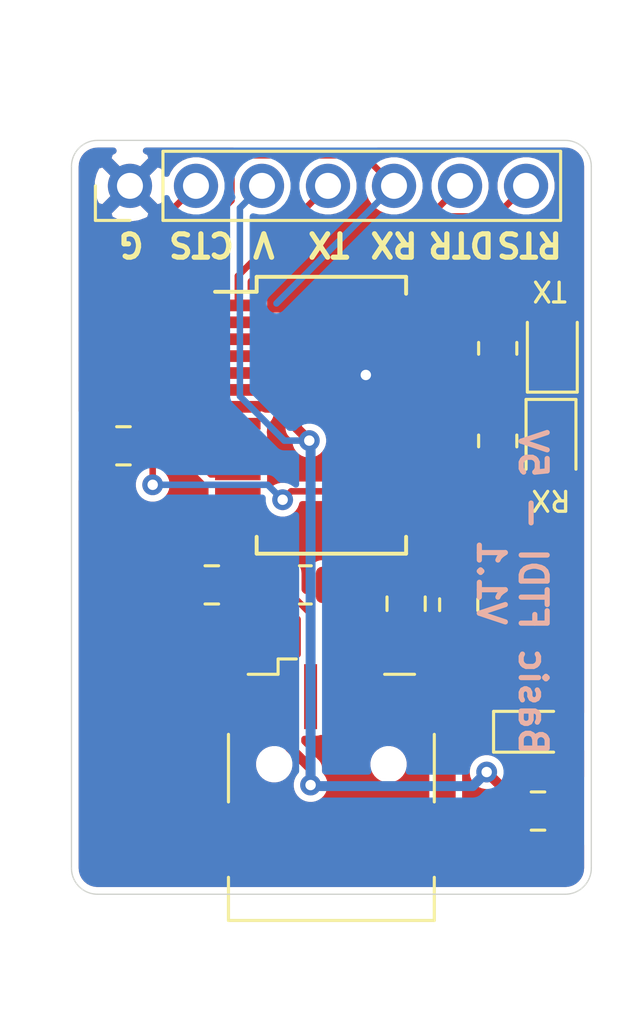
<source format=kicad_pcb>
(kicad_pcb (version 20171130) (host pcbnew "(5.1.9-0-10_14)")

  (general
    (thickness 1.6)
    (drawings 18)
    (tracks 88)
    (zones 0)
    (modules 14)
    (nets 30)
  )

  (page A4)
  (layers
    (0 F.Cu signal)
    (31 B.Cu signal)
    (32 B.Adhes user)
    (33 F.Adhes user)
    (34 B.Paste user)
    (35 F.Paste user)
    (36 B.SilkS user)
    (37 F.SilkS user)
    (38 B.Mask user)
    (39 F.Mask user)
    (40 Dwgs.User user)
    (41 Cmts.User user)
    (42 Eco1.User user)
    (43 Eco2.User user)
    (44 Edge.Cuts user)
    (45 Margin user)
    (46 B.CrtYd user)
    (47 F.CrtYd user)
    (48 B.Fab user)
    (49 F.Fab user)
  )

  (setup
    (last_trace_width 0.25)
    (user_trace_width 0.381)
    (user_trace_width 0.762)
    (trace_clearance 0.2)
    (zone_clearance 0.25)
    (zone_45_only no)
    (trace_min 0.2)
    (via_size 0.8)
    (via_drill 0.4)
    (via_min_size 0.4)
    (via_min_drill 0.3)
    (uvia_size 0.3)
    (uvia_drill 0.1)
    (uvias_allowed no)
    (uvia_min_size 0.2)
    (uvia_min_drill 0.1)
    (edge_width 0.05)
    (segment_width 0.2)
    (pcb_text_width 0.3)
    (pcb_text_size 1.5 1.5)
    (mod_edge_width 0.12)
    (mod_text_size 1 1)
    (mod_text_width 0.15)
    (pad_size 1.524 1.524)
    (pad_drill 0.762)
    (pad_to_mask_clearance 0)
    (aux_axis_origin 0 0)
    (visible_elements FFFFFF7F)
    (pcbplotparams
      (layerselection 0x010fc_ffffffff)
      (usegerberextensions false)
      (usegerberattributes true)
      (usegerberadvancedattributes true)
      (creategerberjobfile true)
      (excludeedgelayer true)
      (linewidth 0.100000)
      (plotframeref false)
      (viasonmask false)
      (mode 1)
      (useauxorigin false)
      (hpglpennumber 1)
      (hpglpenspeed 20)
      (hpglpendiameter 15.000000)
      (psnegative false)
      (psa4output false)
      (plotreference true)
      (plotvalue true)
      (plotinvisibletext false)
      (padsonsilk false)
      (subtractmaskfromsilk false)
      (outputformat 1)
      (mirror false)
      (drillshape 0)
      (scaleselection 1)
      (outputdirectory "gerber/"))
  )

  (net 0 "")
  (net 1 +5V)
  (net 2 GND)
  (net 3 "Net-(D1-Pad2)")
  (net 4 "Net-(D2-Pad2)")
  (net 5 D+)
  (net 6 D-)
  (net 7 RTS)
  (net 8 DTR)
  (net 9 RXD)
  (net 10 TXD)
  (net 11 CTS)
  (net 12 "Net-(U1-Pad28)")
  (net 13 "Net-(U1-Pad27)")
  (net 14 "Net-(U1-Pad24)")
  (net 15 "Net-(U1-Pad19)")
  (net 16 "Net-(U1-Pad14)")
  (net 17 "Net-(U1-Pad13)")
  (net 18 "Net-(U1-Pad12)")
  (net 19 "Net-(U1-Pad10)")
  (net 20 "Net-(U1-Pad9)")
  (net 21 "Net-(U1-Pad8)")
  (net 22 "Net-(U1-Pad6)")
  (net 23 "Net-(J1-Pad4)")
  (net 24 "Net-(J1-Pad6)")
  (net 25 "Net-(C1-Pad2)")
  (net 26 "Net-(C2-Pad2)")
  (net 27 "Net-(R3-Pad2)")
  (net 28 "Net-(R4-Pad2)")
  (net 29 "Net-(C5-Pad2)")

  (net_class Default "This is the default net class."
    (clearance 0.2)
    (trace_width 0.25)
    (via_dia 0.8)
    (via_drill 0.4)
    (uvia_dia 0.3)
    (uvia_drill 0.1)
    (add_net +5V)
    (add_net CTS)
    (add_net D+)
    (add_net D-)
    (add_net DTR)
    (add_net GND)
    (add_net "Net-(C1-Pad2)")
    (add_net "Net-(C2-Pad2)")
    (add_net "Net-(C5-Pad2)")
    (add_net "Net-(D1-Pad2)")
    (add_net "Net-(D2-Pad2)")
    (add_net "Net-(J1-Pad4)")
    (add_net "Net-(J1-Pad6)")
    (add_net "Net-(R3-Pad2)")
    (add_net "Net-(R4-Pad2)")
    (add_net "Net-(U1-Pad10)")
    (add_net "Net-(U1-Pad12)")
    (add_net "Net-(U1-Pad13)")
    (add_net "Net-(U1-Pad14)")
    (add_net "Net-(U1-Pad19)")
    (add_net "Net-(U1-Pad24)")
    (add_net "Net-(U1-Pad27)")
    (add_net "Net-(U1-Pad28)")
    (add_net "Net-(U1-Pad6)")
    (add_net "Net-(U1-Pad8)")
    (add_net "Net-(U1-Pad9)")
    (add_net RTS)
    (add_net RXD)
    (add_net TXD)
  )

  (module Resistor_SMD:R_0805_2012Metric (layer F.Cu) (tedit 5F68FEEE) (tstamp 6032D5A6)
    (at 4.9 -6.1375 270)
    (descr "Resistor SMD 0805 (2012 Metric), square (rectangular) end terminal, IPC_7351 nominal, (Body size source: IPC-SM-782 page 72, https://www.pcb-3d.com/wordpress/wp-content/uploads/ipc-sm-782a_amendment_1_and_2.pdf), generated with kicad-footprint-generator")
    (tags resistor)
    (path /6031E3DC)
    (attr smd)
    (fp_text reference R2 (at 0 -1.65 90) (layer F.SilkS) hide
      (effects (font (size 1 1) (thickness 0.15)))
    )
    (fp_text value 27 (at 0 1.65 90) (layer F.Fab)
      (effects (font (size 1 1) (thickness 0.15)))
    )
    (fp_text user %R (at 0 0 90) (layer F.Fab) hide
      (effects (font (size 0.5 0.5) (thickness 0.08)))
    )
    (fp_line (start -1 0.625) (end -1 -0.625) (layer F.Fab) (width 0.1))
    (fp_line (start -1 -0.625) (end 1 -0.625) (layer F.Fab) (width 0.1))
    (fp_line (start 1 -0.625) (end 1 0.625) (layer F.Fab) (width 0.1))
    (fp_line (start 1 0.625) (end -1 0.625) (layer F.Fab) (width 0.1))
    (fp_line (start -0.227064 -0.735) (end 0.227064 -0.735) (layer F.SilkS) (width 0.12))
    (fp_line (start -0.227064 0.735) (end 0.227064 0.735) (layer F.SilkS) (width 0.12))
    (fp_line (start -1.68 0.95) (end -1.68 -0.95) (layer F.CrtYd) (width 0.05))
    (fp_line (start -1.68 -0.95) (end 1.68 -0.95) (layer F.CrtYd) (width 0.05))
    (fp_line (start 1.68 -0.95) (end 1.68 0.95) (layer F.CrtYd) (width 0.05))
    (fp_line (start 1.68 0.95) (end -1.68 0.95) (layer F.CrtYd) (width 0.05))
    (pad 2 smd roundrect (at 0.9125 0 270) (size 1.025 1.4) (layers F.Cu F.Paste F.Mask) (roundrect_rratio 0.243902)
      (net 25 "Net-(C1-Pad2)"))
    (pad 1 smd roundrect (at -0.9125 0 270) (size 1.025 1.4) (layers F.Cu F.Paste F.Mask) (roundrect_rratio 0.243902)
      (net 5 D+))
    (model ${KISYS3DMOD}/Resistor_SMD.3dshapes/R_0805_2012Metric.wrl
      (at (xyz 0 0 0))
      (scale (xyz 1 1 1))
      (rotate (xyz 0 0 0))
    )
  )

  (module Resistor_SMD:R_0805_2012Metric (layer F.Cu) (tedit 5F68FEEE) (tstamp 6032D595)
    (at -1 -6.9 180)
    (descr "Resistor SMD 0805 (2012 Metric), square (rectangular) end terminal, IPC_7351 nominal, (Body size source: IPC-SM-782 page 72, https://www.pcb-3d.com/wordpress/wp-content/uploads/ipc-sm-782a_amendment_1_and_2.pdf), generated with kicad-footprint-generator")
    (tags resistor)
    (path /6031D231)
    (attr smd)
    (fp_text reference R1 (at 0 -1.65) (layer F.SilkS) hide
      (effects (font (size 1 1) (thickness 0.15)))
    )
    (fp_text value 27 (at 0 1.65) (layer F.Fab)
      (effects (font (size 1 1) (thickness 0.15)))
    )
    (fp_text user %R (at 0 0) (layer F.Fab) hide
      (effects (font (size 0.5 0.5) (thickness 0.08)))
    )
    (fp_line (start -1 0.625) (end -1 -0.625) (layer F.Fab) (width 0.1))
    (fp_line (start -1 -0.625) (end 1 -0.625) (layer F.Fab) (width 0.1))
    (fp_line (start 1 -0.625) (end 1 0.625) (layer F.Fab) (width 0.1))
    (fp_line (start 1 0.625) (end -1 0.625) (layer F.Fab) (width 0.1))
    (fp_line (start -0.227064 -0.735) (end 0.227064 -0.735) (layer F.SilkS) (width 0.12))
    (fp_line (start -0.227064 0.735) (end 0.227064 0.735) (layer F.SilkS) (width 0.12))
    (fp_line (start -1.68 0.95) (end -1.68 -0.95) (layer F.CrtYd) (width 0.05))
    (fp_line (start -1.68 -0.95) (end 1.68 -0.95) (layer F.CrtYd) (width 0.05))
    (fp_line (start 1.68 -0.95) (end 1.68 0.95) (layer F.CrtYd) (width 0.05))
    (fp_line (start 1.68 0.95) (end -1.68 0.95) (layer F.CrtYd) (width 0.05))
    (pad 2 smd roundrect (at 0.9125 0 180) (size 1.025 1.4) (layers F.Cu F.Paste F.Mask) (roundrect_rratio 0.243902)
      (net 26 "Net-(C2-Pad2)"))
    (pad 1 smd roundrect (at -0.9125 0 180) (size 1.025 1.4) (layers F.Cu F.Paste F.Mask) (roundrect_rratio 0.243902)
      (net 6 D-))
    (model ${KISYS3DMOD}/Resistor_SMD.3dshapes/R_0805_2012Metric.wrl
      (at (xyz 0 0 0))
      (scale (xyz 1 1 1))
      (rotate (xyz 0 0 0))
    )
  )

  (module Capacitor_SMD:C_0805_2012Metric (layer F.Cu) (tedit 5F68FEEE) (tstamp 601ABE2E)
    (at -8 -12.25)
    (descr "Capacitor SMD 0805 (2012 Metric), square (rectangular) end terminal, IPC_7351 nominal, (Body size source: IPC-SM-782 page 76, https://www.pcb-3d.com/wordpress/wp-content/uploads/ipc-sm-782a_amendment_1_and_2.pdf, https://docs.google.com/spreadsheets/d/1BsfQQcO9C6DZCsRaXUlFlo91Tg2WpOkGARC1WS5S8t0/edit?usp=sharing), generated with kicad-footprint-generator")
    (tags capacitor)
    (path /601A73E9)
    (attr smd)
    (fp_text reference C5 (at 0 -1.68) (layer F.SilkS) hide
      (effects (font (size 1 1) (thickness 0.15)))
    )
    (fp_text value 0.1uF (at 0 1.68) (layer F.Fab)
      (effects (font (size 1 1) (thickness 0.15)))
    )
    (fp_text user %R (at 0 0) (layer F.Fab) hide
      (effects (font (size 0.5 0.5) (thickness 0.08)))
    )
    (fp_line (start -1 0.625) (end -1 -0.625) (layer F.Fab) (width 0.1))
    (fp_line (start -1 -0.625) (end 1 -0.625) (layer F.Fab) (width 0.1))
    (fp_line (start 1 -0.625) (end 1 0.625) (layer F.Fab) (width 0.1))
    (fp_line (start 1 0.625) (end -1 0.625) (layer F.Fab) (width 0.1))
    (fp_line (start -0.261252 -0.735) (end 0.261252 -0.735) (layer F.SilkS) (width 0.12))
    (fp_line (start -0.261252 0.735) (end 0.261252 0.735) (layer F.SilkS) (width 0.12))
    (fp_line (start -1.7 0.98) (end -1.7 -0.98) (layer F.CrtYd) (width 0.05))
    (fp_line (start -1.7 -0.98) (end 1.7 -0.98) (layer F.CrtYd) (width 0.05))
    (fp_line (start 1.7 -0.98) (end 1.7 0.98) (layer F.CrtYd) (width 0.05))
    (fp_line (start 1.7 0.98) (end -1.7 0.98) (layer F.CrtYd) (width 0.05))
    (pad 2 smd roundrect (at 0.95 0) (size 1 1.45) (layers F.Cu F.Paste F.Mask) (roundrect_rratio 0.25)
      (net 29 "Net-(C5-Pad2)"))
    (pad 1 smd roundrect (at -0.95 0) (size 1 1.45) (layers F.Cu F.Paste F.Mask) (roundrect_rratio 0.25)
      (net 2 GND))
    (model ${KISYS3DMOD}/Capacitor_SMD.3dshapes/C_0805_2012Metric.wrl
      (at (xyz 0 0 0))
      (scale (xyz 1 1 1))
      (rotate (xyz 0 0 0))
    )
  )

  (module Capacitor_SMD:C_0805_2012Metric (layer F.Cu) (tedit 5F68FEEE) (tstamp 601ABE0A)
    (at 7.95 1.8 180)
    (descr "Capacitor SMD 0805 (2012 Metric), square (rectangular) end terminal, IPC_7351 nominal, (Body size source: IPC-SM-782 page 76, https://www.pcb-3d.com/wordpress/wp-content/uploads/ipc-sm-782a_amendment_1_and_2.pdf, https://docs.google.com/spreadsheets/d/1BsfQQcO9C6DZCsRaXUlFlo91Tg2WpOkGARC1WS5S8t0/edit?usp=sharing), generated with kicad-footprint-generator")
    (tags capacitor)
    (path /601A9703)
    (attr smd)
    (fp_text reference C3 (at 0 -1.68) (layer F.SilkS) hide
      (effects (font (size 1 1) (thickness 0.15)))
    )
    (fp_text value 0.1uF (at 0 1.68) (layer F.Fab)
      (effects (font (size 1 1) (thickness 0.15)))
    )
    (fp_text user %R (at 0 0) (layer F.Fab) hide
      (effects (font (size 0.5 0.5) (thickness 0.08)))
    )
    (fp_line (start -1 0.625) (end -1 -0.625) (layer F.Fab) (width 0.1))
    (fp_line (start -1 -0.625) (end 1 -0.625) (layer F.Fab) (width 0.1))
    (fp_line (start 1 -0.625) (end 1 0.625) (layer F.Fab) (width 0.1))
    (fp_line (start 1 0.625) (end -1 0.625) (layer F.Fab) (width 0.1))
    (fp_line (start -0.261252 -0.735) (end 0.261252 -0.735) (layer F.SilkS) (width 0.12))
    (fp_line (start -0.261252 0.735) (end 0.261252 0.735) (layer F.SilkS) (width 0.12))
    (fp_line (start -1.7 0.98) (end -1.7 -0.98) (layer F.CrtYd) (width 0.05))
    (fp_line (start -1.7 -0.98) (end 1.7 -0.98) (layer F.CrtYd) (width 0.05))
    (fp_line (start 1.7 -0.98) (end 1.7 0.98) (layer F.CrtYd) (width 0.05))
    (fp_line (start 1.7 0.98) (end -1.7 0.98) (layer F.CrtYd) (width 0.05))
    (pad 2 smd roundrect (at 0.95 0 180) (size 1 1.45) (layers F.Cu F.Paste F.Mask) (roundrect_rratio 0.25)
      (net 1 +5V))
    (pad 1 smd roundrect (at -0.95 0 180) (size 1 1.45) (layers F.Cu F.Paste F.Mask) (roundrect_rratio 0.25)
      (net 2 GND))
    (model ${KISYS3DMOD}/Capacitor_SMD.3dshapes/C_0805_2012Metric.wrl
      (at (xyz 0 0 0))
      (scale (xyz 1 1 1))
      (rotate (xyz 0 0 0))
    )
  )

  (module Capacitor_SMD:C_0805_2012Metric (layer F.Cu) (tedit 5F68FEEE) (tstamp 6032D44C)
    (at -4.6 -6.9)
    (descr "Capacitor SMD 0805 (2012 Metric), square (rectangular) end terminal, IPC_7351 nominal, (Body size source: IPC-SM-782 page 76, https://www.pcb-3d.com/wordpress/wp-content/uploads/ipc-sm-782a_amendment_1_and_2.pdf, https://docs.google.com/spreadsheets/d/1BsfQQcO9C6DZCsRaXUlFlo91Tg2WpOkGARC1WS5S8t0/edit?usp=sharing), generated with kicad-footprint-generator")
    (tags capacitor)
    (path /60323641)
    (attr smd)
    (fp_text reference C2 (at 0 -1.68) (layer F.SilkS) hide
      (effects (font (size 1 1) (thickness 0.15)))
    )
    (fp_text value 47pF (at 0 1.68) (layer F.Fab)
      (effects (font (size 1 1) (thickness 0.15)))
    )
    (fp_text user %R (at 0 0) (layer F.Fab) hide
      (effects (font (size 0.5 0.5) (thickness 0.08)))
    )
    (fp_line (start -1 0.625) (end -1 -0.625) (layer F.Fab) (width 0.1))
    (fp_line (start -1 -0.625) (end 1 -0.625) (layer F.Fab) (width 0.1))
    (fp_line (start 1 -0.625) (end 1 0.625) (layer F.Fab) (width 0.1))
    (fp_line (start 1 0.625) (end -1 0.625) (layer F.Fab) (width 0.1))
    (fp_line (start -0.261252 -0.735) (end 0.261252 -0.735) (layer F.SilkS) (width 0.12))
    (fp_line (start -0.261252 0.735) (end 0.261252 0.735) (layer F.SilkS) (width 0.12))
    (fp_line (start -1.7 0.98) (end -1.7 -0.98) (layer F.CrtYd) (width 0.05))
    (fp_line (start -1.7 -0.98) (end 1.7 -0.98) (layer F.CrtYd) (width 0.05))
    (fp_line (start 1.7 -0.98) (end 1.7 0.98) (layer F.CrtYd) (width 0.05))
    (fp_line (start 1.7 0.98) (end -1.7 0.98) (layer F.CrtYd) (width 0.05))
    (pad 2 smd roundrect (at 0.95 0) (size 1 1.45) (layers F.Cu F.Paste F.Mask) (roundrect_rratio 0.25)
      (net 26 "Net-(C2-Pad2)"))
    (pad 1 smd roundrect (at -0.95 0) (size 1 1.45) (layers F.Cu F.Paste F.Mask) (roundrect_rratio 0.25)
      (net 2 GND))
    (model ${KISYS3DMOD}/Capacitor_SMD.3dshapes/C_0805_2012Metric.wrl
      (at (xyz 0 0 0))
      (scale (xyz 1 1 1))
      (rotate (xyz 0 0 0))
    )
  )

  (module Capacitor_SMD:C_0805_2012Metric (layer F.Cu) (tedit 5F68FEEE) (tstamp 6032D43B)
    (at 2.875 -6.175 90)
    (descr "Capacitor SMD 0805 (2012 Metric), square (rectangular) end terminal, IPC_7351 nominal, (Body size source: IPC-SM-782 page 76, https://www.pcb-3d.com/wordpress/wp-content/uploads/ipc-sm-782a_amendment_1_and_2.pdf, https://docs.google.com/spreadsheets/d/1BsfQQcO9C6DZCsRaXUlFlo91Tg2WpOkGARC1WS5S8t0/edit?usp=sharing), generated with kicad-footprint-generator")
    (tags capacitor)
    (path /60325079)
    (attr smd)
    (fp_text reference C1 (at 0 -1.68 90) (layer F.SilkS) hide
      (effects (font (size 1 1) (thickness 0.15)))
    )
    (fp_text value 47pF (at 0 1.68 90) (layer F.Fab)
      (effects (font (size 1 1) (thickness 0.15)))
    )
    (fp_text user %R (at 0 0 90) (layer F.Fab) hide
      (effects (font (size 0.5 0.5) (thickness 0.08)))
    )
    (fp_line (start -1 0.625) (end -1 -0.625) (layer F.Fab) (width 0.1))
    (fp_line (start -1 -0.625) (end 1 -0.625) (layer F.Fab) (width 0.1))
    (fp_line (start 1 -0.625) (end 1 0.625) (layer F.Fab) (width 0.1))
    (fp_line (start 1 0.625) (end -1 0.625) (layer F.Fab) (width 0.1))
    (fp_line (start -0.261252 -0.735) (end 0.261252 -0.735) (layer F.SilkS) (width 0.12))
    (fp_line (start -0.261252 0.735) (end 0.261252 0.735) (layer F.SilkS) (width 0.12))
    (fp_line (start -1.7 0.98) (end -1.7 -0.98) (layer F.CrtYd) (width 0.05))
    (fp_line (start -1.7 -0.98) (end 1.7 -0.98) (layer F.CrtYd) (width 0.05))
    (fp_line (start 1.7 -0.98) (end 1.7 0.98) (layer F.CrtYd) (width 0.05))
    (fp_line (start 1.7 0.98) (end -1.7 0.98) (layer F.CrtYd) (width 0.05))
    (pad 2 smd roundrect (at 0.95 0 90) (size 1 1.45) (layers F.Cu F.Paste F.Mask) (roundrect_rratio 0.25)
      (net 25 "Net-(C1-Pad2)"))
    (pad 1 smd roundrect (at -0.95 0 90) (size 1 1.45) (layers F.Cu F.Paste F.Mask) (roundrect_rratio 0.25)
      (net 2 GND))
    (model ${KISYS3DMOD}/Capacitor_SMD.3dshapes/C_0805_2012Metric.wrl
      (at (xyz 0 0 0))
      (scale (xyz 1 1 1))
      (rotate (xyz 0 0 0))
    )
  )

  (module jareas_custom:PinHeader_1x07_P2.54mm_H1mm_Vertical (layer F.Cu) (tedit 6021D7C0) (tstamp 6032D9E1)
    (at -7.75 -22.25 90)
    (descr "Through hole straight pin header, 1x07, 2.54mm pitch, single row")
    (tags "Through hole pin header THT 1x07 2.54mm single row")
    (path /601B20FD)
    (fp_text reference J2 (at 0 -2.33 90) (layer F.SilkS) hide
      (effects (font (size 1 1) (thickness 0.15)))
    )
    (fp_text value Conn_01x07 (at 0 17.57 90) (layer F.Fab)
      (effects (font (size 1 1) (thickness 0.15)))
    )
    (fp_line (start 1.27 -1.27) (end -1.27 -1.27) (layer F.CrtYd) (width 0.05))
    (fp_line (start 1.27 16.51) (end 1.27 -1.27) (layer F.CrtYd) (width 0.05))
    (fp_line (start -1.27 16.51) (end 1.27 16.51) (layer F.CrtYd) (width 0.05))
    (fp_line (start -1.27 -1.27) (end -1.27 16.51) (layer F.CrtYd) (width 0.05))
    (fp_line (start -1.33 -1.33) (end 0 -1.33) (layer F.SilkS) (width 0.12))
    (fp_line (start -1.33 0) (end -1.33 -1.33) (layer F.SilkS) (width 0.12))
    (fp_line (start -1.33 1.27) (end 1.33 1.27) (layer F.SilkS) (width 0.12))
    (fp_line (start 1.33 1.27) (end 1.33 16.57) (layer F.SilkS) (width 0.12))
    (fp_line (start -1.33 1.27) (end -1.33 16.57) (layer F.SilkS) (width 0.12))
    (fp_line (start -1.33 16.57) (end 1.33 16.57) (layer F.SilkS) (width 0.12))
    (fp_line (start -1.27 -0.635) (end -0.635 -1.27) (layer F.Fab) (width 0.1))
    (fp_line (start -1.27 16.51) (end -1.27 -0.635) (layer F.Fab) (width 0.1))
    (fp_line (start 1.27 16.51) (end -1.27 16.51) (layer F.Fab) (width 0.1))
    (fp_line (start 1.27 -1.27) (end 1.27 16.51) (layer F.Fab) (width 0.1))
    (fp_line (start -0.635 -1.27) (end 1.27 -1.27) (layer F.Fab) (width 0.1))
    (fp_text user %R (at 0 7.62) (layer F.Fab) hide
      (effects (font (size 1 1) (thickness 0.15)))
    )
    (pad 7 thru_hole oval (at 0 15.24 90) (size 1.7 1.7) (drill 1) (layers *.Cu *.Mask)
      (net 7 RTS))
    (pad 6 thru_hole oval (at 0 12.7 90) (size 1.7 1.7) (drill 1) (layers *.Cu *.Mask)
      (net 8 DTR))
    (pad 5 thru_hole oval (at 0 10.16 90) (size 1.7 1.7) (drill 1) (layers *.Cu *.Mask)
      (net 9 RXD))
    (pad 4 thru_hole oval (at 0 7.62 90) (size 1.7 1.7) (drill 1) (layers *.Cu *.Mask)
      (net 10 TXD))
    (pad 3 thru_hole oval (at 0 5.08 90) (size 1.7 1.7) (drill 1) (layers *.Cu *.Mask)
      (net 1 +5V))
    (pad 2 thru_hole oval (at 0 2.54 90) (size 1.7 1.7) (drill 1) (layers *.Cu *.Mask)
      (net 11 CTS))
    (pad 1 thru_hole circle (at 0 0 90) (size 1.7 1.7) (drill 1) (layers *.Cu *.Mask)
      (net 2 GND))
    (model ${KISYS3DMOD}/Connector_PinHeader_2.54mm.3dshapes/PinHeader_1x07_P2.54mm_Vertical.wrl
      (at (xyz 0 0 0))
      (scale (xyz 1 1 1))
      (rotate (xyz 0 0 0))
    )
  )

  (module Package_SO:SSOP-28_5.3x10.2mm_P0.65mm (layer F.Cu) (tedit 5A02F25C) (tstamp 6032D8D0)
    (at 0 -13.425)
    (descr "28-Lead Plastic Shrink Small Outline (SS)-5.30 mm Body [SSOP] (see Microchip Packaging Specification 00000049BS.pdf)")
    (tags "SSOP 0.65")
    (path /601A53E3)
    (attr smd)
    (fp_text reference U1 (at 0 -6.25) (layer F.SilkS) hide
      (effects (font (size 1 1) (thickness 0.15)))
    )
    (fp_text value FT232RL-REEL (at 0 6.25) (layer F.Fab)
      (effects (font (size 1 1) (thickness 0.15)))
    )
    (fp_line (start -2.875 -4.75) (end -4.475 -4.75) (layer F.SilkS) (width 0.15))
    (fp_line (start -2.875 5.325) (end 2.875 5.325) (layer F.SilkS) (width 0.15))
    (fp_line (start -2.875 -5.325) (end 2.875 -5.325) (layer F.SilkS) (width 0.15))
    (fp_line (start -2.875 5.325) (end -2.875 4.675) (layer F.SilkS) (width 0.15))
    (fp_line (start 2.875 5.325) (end 2.875 4.675) (layer F.SilkS) (width 0.15))
    (fp_line (start 2.875 -5.325) (end 2.875 -4.675) (layer F.SilkS) (width 0.15))
    (fp_line (start -2.875 -5.325) (end -2.875 -4.75) (layer F.SilkS) (width 0.15))
    (fp_line (start -4.75 5.5) (end 4.75 5.5) (layer F.CrtYd) (width 0.05))
    (fp_line (start -4.75 -5.5) (end 4.75 -5.5) (layer F.CrtYd) (width 0.05))
    (fp_line (start 4.75 -5.5) (end 4.75 5.5) (layer F.CrtYd) (width 0.05))
    (fp_line (start -4.75 -5.5) (end -4.75 5.5) (layer F.CrtYd) (width 0.05))
    (fp_line (start -2.65 -4.1) (end -1.65 -5.1) (layer F.Fab) (width 0.15))
    (fp_line (start -2.65 5.1) (end -2.65 -4.1) (layer F.Fab) (width 0.15))
    (fp_line (start 2.65 5.1) (end -2.65 5.1) (layer F.Fab) (width 0.15))
    (fp_line (start 2.65 -5.1) (end 2.65 5.1) (layer F.Fab) (width 0.15))
    (fp_line (start -1.65 -5.1) (end 2.65 -5.1) (layer F.Fab) (width 0.15))
    (fp_text user %R (at 0 0) (layer F.Fab) hide
      (effects (font (size 0.8 0.8) (thickness 0.15)))
    )
    (pad 28 smd rect (at 3.6 -4.225) (size 1.75 0.45) (layers F.Cu F.Paste F.Mask)
      (net 12 "Net-(U1-Pad28)"))
    (pad 27 smd rect (at 3.6 -3.575) (size 1.75 0.45) (layers F.Cu F.Paste F.Mask)
      (net 13 "Net-(U1-Pad27)"))
    (pad 26 smd rect (at 3.6 -2.925) (size 1.75 0.45) (layers F.Cu F.Paste F.Mask)
      (net 2 GND))
    (pad 25 smd rect (at 3.6 -2.275) (size 1.75 0.45) (layers F.Cu F.Paste F.Mask)
      (net 2 GND))
    (pad 24 smd rect (at 3.6 -1.625) (size 1.75 0.45) (layers F.Cu F.Paste F.Mask)
      (net 14 "Net-(U1-Pad24)"))
    (pad 23 smd rect (at 3.6 -0.975) (size 1.75 0.45) (layers F.Cu F.Paste F.Mask)
      (net 27 "Net-(R3-Pad2)"))
    (pad 22 smd rect (at 3.6 -0.325) (size 1.75 0.45) (layers F.Cu F.Paste F.Mask)
      (net 28 "Net-(R4-Pad2)"))
    (pad 21 smd rect (at 3.6 0.325) (size 1.75 0.45) (layers F.Cu F.Paste F.Mask)
      (net 2 GND))
    (pad 20 smd rect (at 3.6 0.975) (size 1.75 0.45) (layers F.Cu F.Paste F.Mask)
      (net 1 +5V))
    (pad 19 smd rect (at 3.6 1.625) (size 1.75 0.45) (layers F.Cu F.Paste F.Mask)
      (net 15 "Net-(U1-Pad19)"))
    (pad 18 smd rect (at 3.6 2.275) (size 1.75 0.45) (layers F.Cu F.Paste F.Mask)
      (net 2 GND))
    (pad 17 smd rect (at 3.6 2.925) (size 1.75 0.45) (layers F.Cu F.Paste F.Mask)
      (net 29 "Net-(C5-Pad2)"))
    (pad 16 smd rect (at 3.6 3.575) (size 1.75 0.45) (layers F.Cu F.Paste F.Mask)
      (net 6 D-))
    (pad 15 smd rect (at 3.6 4.225) (size 1.75 0.45) (layers F.Cu F.Paste F.Mask)
      (net 5 D+))
    (pad 14 smd rect (at -3.6 4.225) (size 1.75 0.45) (layers F.Cu F.Paste F.Mask)
      (net 16 "Net-(U1-Pad14)"))
    (pad 13 smd rect (at -3.6 3.575) (size 1.75 0.45) (layers F.Cu F.Paste F.Mask)
      (net 17 "Net-(U1-Pad13)"))
    (pad 12 smd rect (at -3.6 2.925) (size 1.75 0.45) (layers F.Cu F.Paste F.Mask)
      (net 18 "Net-(U1-Pad12)"))
    (pad 11 smd rect (at -3.6 2.275) (size 1.75 0.45) (layers F.Cu F.Paste F.Mask)
      (net 11 CTS))
    (pad 10 smd rect (at -3.6 1.625) (size 1.75 0.45) (layers F.Cu F.Paste F.Mask)
      (net 19 "Net-(U1-Pad10)"))
    (pad 9 smd rect (at -3.6 0.975) (size 1.75 0.45) (layers F.Cu F.Paste F.Mask)
      (net 20 "Net-(U1-Pad9)"))
    (pad 8 smd rect (at -3.6 0.325) (size 1.75 0.45) (layers F.Cu F.Paste F.Mask)
      (net 21 "Net-(U1-Pad8)"))
    (pad 7 smd rect (at -3.6 -0.325) (size 1.75 0.45) (layers F.Cu F.Paste F.Mask)
      (net 2 GND))
    (pad 6 smd rect (at -3.6 -0.975) (size 1.75 0.45) (layers F.Cu F.Paste F.Mask)
      (net 22 "Net-(U1-Pad6)"))
    (pad 5 smd rect (at -3.6 -1.625) (size 1.75 0.45) (layers F.Cu F.Paste F.Mask)
      (net 9 RXD))
    (pad 4 smd rect (at -3.6 -2.275) (size 1.75 0.45) (layers F.Cu F.Paste F.Mask)
      (net 1 +5V))
    (pad 3 smd rect (at -3.6 -2.925) (size 1.75 0.45) (layers F.Cu F.Paste F.Mask)
      (net 7 RTS))
    (pad 2 smd rect (at -3.6 -3.575) (size 1.75 0.45) (layers F.Cu F.Paste F.Mask)
      (net 8 DTR))
    (pad 1 smd rect (at -3.6 -4.225) (size 1.75 0.45) (layers F.Cu F.Paste F.Mask)
      (net 10 TXD))
    (model ${KISYS3DMOD}/Package_SO.3dshapes/SSOP-28_5.3x10.2mm_P0.65mm.wrl
      (at (xyz 0 0 0))
      (scale (xyz 1 1 1))
      (rotate (xyz 0 0 0))
    )
  )

  (module Connector_USB:USB_Mini-B_Wuerth_65100516121_Horizontal (layer F.Cu) (tedit 5D90ED94) (tstamp 601AEC7D)
    (at 0 0)
    (descr "Mini USB 2.0 Type B SMT Horizontal 5 Contacts (https://katalog.we-online.de/em/datasheet/65100516121.pdf)")
    (tags "Mini USB 2.0 Type B")
    (path /601E8538)
    (attr smd)
    (fp_text reference J1 (at 0 -5.25) (layer F.SilkS) hide
      (effects (font (size 1 1) (thickness 0.15)))
    )
    (fp_text value USB_B_Micro (at 0 7.35) (layer F.Fab)
      (effects (font (size 1 1) (thickness 0.15)))
    )
    (fp_line (start -3.85 -3.35) (end -1.9 -3.35) (layer F.Fab) (width 0.1))
    (fp_line (start 3.85 -3.35) (end 3.85 5.9) (layer F.Fab) (width 0.1))
    (fp_line (start 3.85 5.9) (end -3.85 5.9) (layer F.Fab) (width 0.1))
    (fp_line (start -3.85 5.9) (end -3.85 -3.35) (layer F.Fab) (width 0.1))
    (fp_line (start -3.96 1.45) (end -3.96 -1.15) (layer F.SilkS) (width 0.12))
    (fp_line (start 3.96 -1.15) (end 3.96 1.45) (layer F.SilkS) (width 0.12))
    (fp_line (start -3.2 -3.46) (end -2.05 -3.46) (layer F.SilkS) (width 0.12))
    (fp_line (start -2.05 -3.46) (end -2.05 -4.05) (layer F.SilkS) (width 0.12))
    (fp_line (start -2.05 -4.05) (end -1.35 -4.05) (layer F.SilkS) (width 0.12))
    (fp_line (start 2.05 -3.46) (end 3.2 -3.46) (layer F.SilkS) (width 0.12))
    (fp_line (start -3.96 4.35) (end -3.96 6.01) (layer F.SilkS) (width 0.12))
    (fp_line (start -3.96 6.01) (end 3.96 6.01) (layer F.SilkS) (width 0.12))
    (fp_line (start 3.96 6.01) (end 3.96 4.35) (layer F.SilkS) (width 0.12))
    (fp_line (start -5.9 -0.85) (end -5.9 -4.35) (layer F.CrtYd) (width 0.05))
    (fp_line (start -5.9 -4.35) (end 5.9 -4.35) (layer F.CrtYd) (width 0.05))
    (fp_line (start 5.9 -4.35) (end 5.9 -0.85) (layer F.CrtYd) (width 0.05))
    (fp_line (start 4.35 6.4) (end -4.35 6.4) (layer F.CrtYd) (width 0.05))
    (fp_line (start -1.9 -3.35) (end -1.6 -2.85) (layer F.Fab) (width 0.1))
    (fp_line (start -1.6 -2.85) (end -1.3 -3.35) (layer F.Fab) (width 0.1))
    (fp_line (start -1.3 -3.35) (end 3.85 -3.35) (layer F.Fab) (width 0.1))
    (fp_line (start -4.35 6.4) (end -4.35 4.65) (layer F.CrtYd) (width 0.05))
    (fp_line (start 4.35 4.65) (end 4.35 6.4) (layer F.CrtYd) (width 0.05))
    (fp_line (start -4.35 1.15) (end -4.35 -0.85) (layer F.CrtYd) (width 0.05))
    (fp_line (start 4.35 -0.85) (end 4.35 1.15) (layer F.CrtYd) (width 0.05))
    (fp_line (start 5.9 4.65) (end 4.35 4.65) (layer F.CrtYd) (width 0.05))
    (fp_line (start 4.35 1.15) (end 5.9 1.15) (layer F.CrtYd) (width 0.05))
    (fp_line (start 5.9 -0.85) (end 4.35 -0.85) (layer F.CrtYd) (width 0.05))
    (fp_line (start 5.9 1.15) (end 5.9 4.65) (layer F.CrtYd) (width 0.05))
    (fp_line (start -4.35 4.65) (end -5.89 4.65) (layer F.CrtYd) (width 0.05))
    (fp_line (start -5.9 1.15) (end -4.35 1.15) (layer F.CrtYd) (width 0.05))
    (fp_line (start -4.35 -0.85) (end -5.9 -0.85) (layer F.CrtYd) (width 0.05))
    (fp_line (start -5.89 4.65) (end -5.9 1.15) (layer F.CrtYd) (width 0.05))
    (fp_text user %R (at 0 0) (layer F.Fab) hide
      (effects (font (size 1 1) (thickness 0.15)))
    )
    (pad "" np_thru_hole circle (at 2.2 0) (size 0.9 0.9) (drill 0.9) (layers *.Cu *.Mask))
    (pad "" np_thru_hole circle (at -2.2 0) (size 0.9 0.9) (drill 0.9) (layers *.Cu *.Mask))
    (pad 5 smd rect (at 1.6 -2.6) (size 0.5 2.5) (layers F.Cu F.Paste F.Mask)
      (net 2 GND))
    (pad 4 smd rect (at 0.8 -2.6) (size 0.5 2.5) (layers F.Cu F.Paste F.Mask)
      (net 23 "Net-(J1-Pad4)"))
    (pad 3 smd rect (at 0 -2.6) (size 0.5 2.5) (layers F.Cu F.Paste F.Mask)
      (net 25 "Net-(C1-Pad2)"))
    (pad 2 smd rect (at -0.8 -2.6) (size 0.5 2.5) (layers F.Cu F.Paste F.Mask)
      (net 26 "Net-(C2-Pad2)"))
    (pad 1 smd rect (at -1.6 -2.6) (size 0.5 2.5) (layers F.Cu F.Paste F.Mask)
      (net 1 +5V))
    (pad 6 smd rect (at 4.4 -2.6) (size 2 2.5) (layers F.Cu F.Paste F.Mask)
      (net 24 "Net-(J1-Pad6)"))
    (pad 6 smd rect (at -4.4 -2.6) (size 2 2.5) (layers F.Cu F.Paste F.Mask)
      (net 24 "Net-(J1-Pad6)"))
    (pad 6 smd rect (at 4.4 2.9) (size 2 2.5) (layers F.Cu F.Paste F.Mask)
      (net 24 "Net-(J1-Pad6)"))
    (pad 6 smd rect (at -4.4 2.9) (size 2 2.5) (layers F.Cu F.Paste F.Mask)
      (net 24 "Net-(J1-Pad6)"))
    (model ${KISYS3DMOD}/Connector_USB.3dshapes/USB_Mini-B_Wuerth_65100516121_Horizontal.wrl
      (at (xyz 0 0 0))
      (scale (xyz 1 1 1))
      (rotate (xyz 0 0 0))
    )
    (model /Users/jareas/Documents/kicad/3dModels/USB_Mini_B_SMD_buchse.STEP
      (offset (xyz 0 -6 2))
      (scale (xyz 1 1 1))
      (rotate (xyz -90 0 0))
    )
  )

  (module LED_SMD:LED_0805_2012Metric (layer F.Cu) (tedit 5F68FEF1) (tstamp 601ABE41)
    (at 8.5 -16 90)
    (descr "LED SMD 0805 (2012 Metric), square (rectangular) end terminal, IPC_7351 nominal, (Body size source: https://docs.google.com/spreadsheets/d/1BsfQQcO9C6DZCsRaXUlFlo91Tg2WpOkGARC1WS5S8t0/edit?usp=sharing), generated with kicad-footprint-generator")
    (tags LED)
    (path /601C4002)
    (attr smd)
    (fp_text reference D1 (at 0 -1.65 90) (layer F.SilkS) hide
      (effects (font (size 1 1) (thickness 0.15)))
    )
    (fp_text value TXLED (at 0 1.65 90) (layer F.Fab)
      (effects (font (size 1 1) (thickness 0.15)))
    )
    (fp_line (start 1.68 0.95) (end -1.68 0.95) (layer F.CrtYd) (width 0.05))
    (fp_line (start 1.68 -0.95) (end 1.68 0.95) (layer F.CrtYd) (width 0.05))
    (fp_line (start -1.68 -0.95) (end 1.68 -0.95) (layer F.CrtYd) (width 0.05))
    (fp_line (start -1.68 0.95) (end -1.68 -0.95) (layer F.CrtYd) (width 0.05))
    (fp_line (start -1.685 0.96) (end 1 0.96) (layer F.SilkS) (width 0.12))
    (fp_line (start -1.685 -0.96) (end -1.685 0.96) (layer F.SilkS) (width 0.12))
    (fp_line (start 1 -0.96) (end -1.685 -0.96) (layer F.SilkS) (width 0.12))
    (fp_line (start 1 0.6) (end 1 -0.6) (layer F.Fab) (width 0.1))
    (fp_line (start -1 0.6) (end 1 0.6) (layer F.Fab) (width 0.1))
    (fp_line (start -1 -0.3) (end -1 0.6) (layer F.Fab) (width 0.1))
    (fp_line (start -0.7 -0.6) (end -1 -0.3) (layer F.Fab) (width 0.1))
    (fp_line (start 1 -0.6) (end -0.7 -0.6) (layer F.Fab) (width 0.1))
    (fp_text user %R (at 0 0 90) (layer F.Fab) hide
      (effects (font (size 0.5 0.5) (thickness 0.08)))
    )
    (pad 2 smd roundrect (at 0.9375 0 90) (size 0.975 1.4) (layers F.Cu F.Paste F.Mask) (roundrect_rratio 0.25)
      (net 3 "Net-(D1-Pad2)"))
    (pad 1 smd roundrect (at -0.9375 0 90) (size 0.975 1.4) (layers F.Cu F.Paste F.Mask) (roundrect_rratio 0.25)
      (net 1 +5V))
    (model ${KISYS3DMOD}/LED_SMD.3dshapes/LED_0805_2012Metric.wrl
      (at (xyz 0 0 0))
      (scale (xyz 1 1 1))
      (rotate (xyz 0 0 0))
    )
  )

  (module Resistor_SMD:R_0805_2012Metric (layer F.Cu) (tedit 5F68FEEE) (tstamp 601ABED8)
    (at 6.4 -12.4375 90)
    (descr "Resistor SMD 0805 (2012 Metric), square (rectangular) end terminal, IPC_7351 nominal, (Body size source: IPC-SM-782 page 72, https://www.pcb-3d.com/wordpress/wp-content/uploads/ipc-sm-782a_amendment_1_and_2.pdf), generated with kicad-footprint-generator")
    (tags resistor)
    (path /601C2440)
    (attr smd)
    (fp_text reference R4 (at 0 -1.65 90) (layer F.SilkS) hide
      (effects (font (size 1 1) (thickness 0.15)))
    )
    (fp_text value 1k (at 0 1.65 90) (layer F.Fab)
      (effects (font (size 1 1) (thickness 0.15)))
    )
    (fp_line (start 1.68 0.95) (end -1.68 0.95) (layer F.CrtYd) (width 0.05))
    (fp_line (start 1.68 -0.95) (end 1.68 0.95) (layer F.CrtYd) (width 0.05))
    (fp_line (start -1.68 -0.95) (end 1.68 -0.95) (layer F.CrtYd) (width 0.05))
    (fp_line (start -1.68 0.95) (end -1.68 -0.95) (layer F.CrtYd) (width 0.05))
    (fp_line (start -0.227064 0.735) (end 0.227064 0.735) (layer F.SilkS) (width 0.12))
    (fp_line (start -0.227064 -0.735) (end 0.227064 -0.735) (layer F.SilkS) (width 0.12))
    (fp_line (start 1 0.625) (end -1 0.625) (layer F.Fab) (width 0.1))
    (fp_line (start 1 -0.625) (end 1 0.625) (layer F.Fab) (width 0.1))
    (fp_line (start -1 -0.625) (end 1 -0.625) (layer F.Fab) (width 0.1))
    (fp_line (start -1 0.625) (end -1 -0.625) (layer F.Fab) (width 0.1))
    (fp_text user %R (at 0 0 90) (layer F.Fab) hide
      (effects (font (size 0.5 0.5) (thickness 0.08)))
    )
    (pad 2 smd roundrect (at 0.9125 0 90) (size 1.025 1.4) (layers F.Cu F.Paste F.Mask) (roundrect_rratio 0.2439014634146341)
      (net 28 "Net-(R4-Pad2)"))
    (pad 1 smd roundrect (at -0.9125 0 90) (size 1.025 1.4) (layers F.Cu F.Paste F.Mask) (roundrect_rratio 0.2439014634146341)
      (net 4 "Net-(D2-Pad2)"))
    (model ${KISYS3DMOD}/Resistor_SMD.3dshapes/R_0805_2012Metric.wrl
      (at (xyz 0 0 0))
      (scale (xyz 1 1 1))
      (rotate (xyz 0 0 0))
    )
  )

  (module Resistor_SMD:R_0805_2012Metric (layer F.Cu) (tedit 5F68FEEE) (tstamp 601ABEC7)
    (at 6.4 -16 270)
    (descr "Resistor SMD 0805 (2012 Metric), square (rectangular) end terminal, IPC_7351 nominal, (Body size source: IPC-SM-782 page 72, https://www.pcb-3d.com/wordpress/wp-content/uploads/ipc-sm-782a_amendment_1_and_2.pdf), generated with kicad-footprint-generator")
    (tags resistor)
    (path /601C593D)
    (attr smd)
    (fp_text reference R3 (at 0 -1.65 90) (layer F.SilkS) hide
      (effects (font (size 1 1) (thickness 0.15)))
    )
    (fp_text value 1k (at 0 1.65 90) (layer F.Fab)
      (effects (font (size 1 1) (thickness 0.15)))
    )
    (fp_line (start 1.68 0.95) (end -1.68 0.95) (layer F.CrtYd) (width 0.05))
    (fp_line (start 1.68 -0.95) (end 1.68 0.95) (layer F.CrtYd) (width 0.05))
    (fp_line (start -1.68 -0.95) (end 1.68 -0.95) (layer F.CrtYd) (width 0.05))
    (fp_line (start -1.68 0.95) (end -1.68 -0.95) (layer F.CrtYd) (width 0.05))
    (fp_line (start -0.227064 0.735) (end 0.227064 0.735) (layer F.SilkS) (width 0.12))
    (fp_line (start -0.227064 -0.735) (end 0.227064 -0.735) (layer F.SilkS) (width 0.12))
    (fp_line (start 1 0.625) (end -1 0.625) (layer F.Fab) (width 0.1))
    (fp_line (start 1 -0.625) (end 1 0.625) (layer F.Fab) (width 0.1))
    (fp_line (start -1 -0.625) (end 1 -0.625) (layer F.Fab) (width 0.1))
    (fp_line (start -1 0.625) (end -1 -0.625) (layer F.Fab) (width 0.1))
    (fp_text user %R (at 0 0 90) (layer F.Fab) hide
      (effects (font (size 0.5 0.5) (thickness 0.08)))
    )
    (pad 2 smd roundrect (at 0.9125 0 270) (size 1.025 1.4) (layers F.Cu F.Paste F.Mask) (roundrect_rratio 0.2439014634146341)
      (net 27 "Net-(R3-Pad2)"))
    (pad 1 smd roundrect (at -0.9125 0 270) (size 1.025 1.4) (layers F.Cu F.Paste F.Mask) (roundrect_rratio 0.2439014634146341)
      (net 3 "Net-(D1-Pad2)"))
    (model ${KISYS3DMOD}/Resistor_SMD.3dshapes/R_0805_2012Metric.wrl
      (at (xyz 0 0 0))
      (scale (xyz 1 1 1))
      (rotate (xyz 0 0 0))
    )
  )

  (module LED_SMD:LED_0805_2012Metric (layer F.Cu) (tedit 5F68FEF1) (tstamp 601ABE54)
    (at 8.45 -12.35 270)
    (descr "LED SMD 0805 (2012 Metric), square (rectangular) end terminal, IPC_7351 nominal, (Body size source: https://docs.google.com/spreadsheets/d/1BsfQQcO9C6DZCsRaXUlFlo91Tg2WpOkGARC1WS5S8t0/edit?usp=sharing), generated with kicad-footprint-generator")
    (tags LED)
    (path /601C1BB1)
    (attr smd)
    (fp_text reference D2 (at 0 -1.65 90) (layer F.SilkS) hide
      (effects (font (size 1 1) (thickness 0.15)))
    )
    (fp_text value RXLED (at 0 1.65 90) (layer F.Fab)
      (effects (font (size 1 1) (thickness 0.15)))
    )
    (fp_line (start 1.68 0.95) (end -1.68 0.95) (layer F.CrtYd) (width 0.05))
    (fp_line (start 1.68 -0.95) (end 1.68 0.95) (layer F.CrtYd) (width 0.05))
    (fp_line (start -1.68 -0.95) (end 1.68 -0.95) (layer F.CrtYd) (width 0.05))
    (fp_line (start -1.68 0.95) (end -1.68 -0.95) (layer F.CrtYd) (width 0.05))
    (fp_line (start -1.685 0.96) (end 1 0.96) (layer F.SilkS) (width 0.12))
    (fp_line (start -1.685 -0.96) (end -1.685 0.96) (layer F.SilkS) (width 0.12))
    (fp_line (start 1 -0.96) (end -1.685 -0.96) (layer F.SilkS) (width 0.12))
    (fp_line (start 1 0.6) (end 1 -0.6) (layer F.Fab) (width 0.1))
    (fp_line (start -1 0.6) (end 1 0.6) (layer F.Fab) (width 0.1))
    (fp_line (start -1 -0.3) (end -1 0.6) (layer F.Fab) (width 0.1))
    (fp_line (start -0.7 -0.6) (end -1 -0.3) (layer F.Fab) (width 0.1))
    (fp_line (start 1 -0.6) (end -0.7 -0.6) (layer F.Fab) (width 0.1))
    (fp_text user %R (at 0 0 90) (layer F.Fab) hide
      (effects (font (size 0.5 0.5) (thickness 0.08)))
    )
    (pad 2 smd roundrect (at 0.9375 0 270) (size 0.975 1.4) (layers F.Cu F.Paste F.Mask) (roundrect_rratio 0.25)
      (net 4 "Net-(D2-Pad2)"))
    (pad 1 smd roundrect (at -0.9375 0 270) (size 0.975 1.4) (layers F.Cu F.Paste F.Mask) (roundrect_rratio 0.25)
      (net 1 +5V))
    (model ${KISYS3DMOD}/LED_SMD.3dshapes/LED_0805_2012Metric.wrl
      (at (xyz 0 0 0))
      (scale (xyz 1 1 1))
      (rotate (xyz 0 0 0))
    )
  )

  (module Capacitor_Tantalum_SMD:CP_EIA-1608-08_AVX-J (layer F.Cu) (tedit 5EBA9318) (tstamp 601ABE1D)
    (at 7.75 -1.25)
    (descr "Tantalum Capacitor SMD AVX-J (1608-08 Metric), IPC_7351 nominal, (Body size from: https://www.vishay.com/docs/48064/_t58_vmn_pt0471_1601.pdf), generated with kicad-footprint-generator")
    (tags "capacitor tantalum")
    (path /601A6896)
    (attr smd)
    (fp_text reference C4 (at 0 -1.48) (layer F.SilkS) hide
      (effects (font (size 1 1) (thickness 0.15)))
    )
    (fp_text value 10uF (at 0 1.48) (layer F.Fab)
      (effects (font (size 1 1) (thickness 0.15)))
    )
    (fp_line (start 1.5 0.78) (end -1.5 0.78) (layer F.CrtYd) (width 0.05))
    (fp_line (start 1.5 -0.78) (end 1.5 0.78) (layer F.CrtYd) (width 0.05))
    (fp_line (start -1.5 -0.78) (end 1.5 -0.78) (layer F.CrtYd) (width 0.05))
    (fp_line (start -1.5 0.78) (end -1.5 -0.78) (layer F.CrtYd) (width 0.05))
    (fp_line (start -1.51 0.785) (end 0.8 0.785) (layer F.SilkS) (width 0.12))
    (fp_line (start -1.51 -0.785) (end -1.51 0.785) (layer F.SilkS) (width 0.12))
    (fp_line (start 0.8 -0.785) (end -1.51 -0.785) (layer F.SilkS) (width 0.12))
    (fp_line (start 0.8 0.425) (end 0.8 -0.425) (layer F.Fab) (width 0.1))
    (fp_line (start -0.8 0.425) (end 0.8 0.425) (layer F.Fab) (width 0.1))
    (fp_line (start -0.8 -0.125) (end -0.8 0.425) (layer F.Fab) (width 0.1))
    (fp_line (start -0.5 -0.425) (end -0.8 -0.125) (layer F.Fab) (width 0.1))
    (fp_line (start 0.8 -0.425) (end -0.5 -0.425) (layer F.Fab) (width 0.1))
    (fp_text user %R (at 0 0) (layer F.Fab) hide
      (effects (font (size 0.4 0.4) (thickness 0.06)))
    )
    (pad 2 smd roundrect (at 0.7125 0) (size 1.075 1.05) (layers F.Cu F.Paste F.Mask) (roundrect_rratio 0.2380942857142857)
      (net 2 GND))
    (pad 1 smd roundrect (at -0.7125 0) (size 1.075 1.05) (layers F.Cu F.Paste F.Mask) (roundrect_rratio 0.2380942857142857)
      (net 1 +5V))
    (model ${KISYS3DMOD}/Capacitor_Tantalum_SMD.3dshapes/CP_EIA-1608-08_AVX-J.wrl
      (at (xyz 0 0 0))
      (scale (xyz 1 1 1))
      (rotate (xyz 0 0 0))
    )
  )

  (gr_text "Basic FTDI - 5V \nV1.1" (at 6.95 -7 -90) (layer B.SilkS)
    (effects (font (size 1 1) (thickness 0.2)) (justify mirror))
  )
  (gr_text TX (at 8.4 -18.2 180) (layer F.SilkS) (tstamp 601B092B)
    (effects (font (size 0.762 0.762) (thickness 0.127)))
  )
  (gr_text RX (at 8.45 -10.15 180) (layer F.SilkS) (tstamp 601B0925)
    (effects (font (size 0.762 0.762) (thickness 0.127)))
  )
  (gr_text RTS (at 7.62 -20 180) (layer F.SilkS) (tstamp 6032DA74)
    (effects (font (size 0.9 0.9) (thickness 0.2)))
  )
  (gr_text DTR (at 5 -20 180) (layer F.SilkS) (tstamp 601B087C)
    (effects (font (size 0.9 0.9) (thickness 0.2)))
  )
  (gr_text RX (at 2.41 -20 180) (layer F.SilkS) (tstamp 601B0879)
    (effects (font (size 0.9 0.9) (thickness 0.2)))
  )
  (gr_text TX (at -0.1 -20 180) (layer F.SilkS) (tstamp 601B0876)
    (effects (font (size 0.9 0.9) (thickness 0.2)))
  )
  (gr_text V (at -2.6 -20 180) (layer F.SilkS) (tstamp 601B0873)
    (effects (font (size 0.9 0.9) (thickness 0.2)))
  )
  (gr_text CTS (at -5 -20 180) (layer F.SilkS) (tstamp 601B0870)
    (effects (font (size 0.9 0.9) (thickness 0.2)))
  )
  (gr_text G (at -7.7 -20 180) (layer F.SilkS)
    (effects (font (size 0.9 0.9) (thickness 0.2)))
  )
  (gr_arc (start 9 -23) (end 10 -23) (angle -90) (layer Edge.Cuts) (width 0.05))
  (gr_arc (start -9 -23) (end -9 -24) (angle -90) (layer Edge.Cuts) (width 0.05))
  (gr_arc (start -9 4) (end -10 4) (angle -90) (layer Edge.Cuts) (width 0.05))
  (gr_arc (start 9 4) (end 9 5) (angle -90) (layer Edge.Cuts) (width 0.05))
  (gr_line (start 10 -23) (end 10 4) (layer Edge.Cuts) (width 0.05))
  (gr_line (start -9 -24) (end 9 -24) (layer Edge.Cuts) (width 0.05))
  (gr_line (start -10 4) (end -10 -23) (layer Edge.Cuts) (width 0.05))
  (gr_line (start 9 5) (end -9 5) (layer Edge.Cuts) (width 0.05))

  (segment (start 7.60949 -12.44699) (end 8.45 -13.2875) (width 0.381) (layer F.Cu) (net 1))
  (segment (start 3.82801 -12.44699) (end 7.60949 -12.44699) (width 0.381) (layer F.Cu) (net 1))
  (segment (start 3.825 -12.45) (end 3.82801 -12.44699) (width 0.381) (layer F.Cu) (net 1))
  (segment (start 3.6 -12.45) (end 3.825 -12.45) (width 0.381) (layer F.Cu) (net 1))
  (segment (start 8.5 -13.3375) (end 8.45 -13.2875) (width 0.381) (layer F.Cu) (net 1))
  (segment (start 8.5 -15.0625) (end 8.5 -13.3375) (width 0.381) (layer F.Cu) (net 1))
  (segment (start 0.906 -12.45) (end 3.6 -12.45) (width 0.381) (layer F.Cu) (net 1))
  (segment (start -3.6 -15.7) (end -2.344 -15.7) (width 0.381) (layer F.Cu) (net 1))
  (segment (start 7 -1.2125) (end 7.0375 -1.25) (width 0.381) (layer F.Cu) (net 1))
  (segment (start 7 1.8) (end 7 -1.2125) (width 0.381) (layer F.Cu) (net 1))
  (via (at 5.975 0.3) (size 0.8) (drill 0.4) (layers F.Cu B.Cu) (net 1))
  (segment (start 7 1.325) (end 5.975 0.3) (width 0.381) (layer F.Cu) (net 1))
  (segment (start 7 1.8) (end 7 1.325) (width 0.381) (layer F.Cu) (net 1))
  (via (at -0.8 0.8) (size 0.8) (drill 0.4) (layers F.Cu B.Cu) (net 1))
  (segment (start -0.759499 0.840501) (end -0.8 0.8) (width 0.381) (layer B.Cu) (net 1))
  (segment (start 5.434499 0.840501) (end -0.759499 0.840501) (width 0.381) (layer B.Cu) (net 1))
  (segment (start 5.975 0.3) (end 5.434499 0.840501) (width 0.381) (layer B.Cu) (net 1))
  (via (at -0.85 -12.45) (size 0.8) (drill 0.4) (layers F.Cu B.Cu) (net 1))
  (segment (start -0.8 -12.4) (end -0.85 -12.45) (width 0.381) (layer B.Cu) (net 1))
  (segment (start -0.8 0.8) (end -0.8 -12.4) (width 0.381) (layer B.Cu) (net 1))
  (segment (start -0.85 -12.45) (end -1.322 -12.922) (width 0.381) (layer F.Cu) (net 1))
  (segment (start -1.322 -12.922) (end -1.322 -14.678) (width 0.381) (layer F.Cu) (net 1))
  (segment (start -1.322 -14.678) (end 0.906 -12.45) (width 0.381) (layer F.Cu) (net 1))
  (segment (start -2.344 -15.7) (end -1.322 -14.678) (width 0.381) (layer F.Cu) (net 1))
  (segment (start -0.8 0.156058) (end -0.8 0.8) (width 0.381) (layer F.Cu) (net 1))
  (segment (start -1.6 -0.643942) (end -0.8 0.156058) (width 0.381) (layer F.Cu) (net 1))
  (segment (start -1.6 -2.6) (end -1.6 -0.643942) (width 0.381) (layer F.Cu) (net 1))
  (segment (start -1.810502 -12.45) (end -0.85 -12.45) (width 0.25) (layer B.Cu) (net 1))
  (segment (start -3.519999 -14.159497) (end -1.810502 -12.45) (width 0.25) (layer B.Cu) (net 1))
  (segment (start -3.519999 -21.400001) (end -3.519999 -14.159497) (width 0.25) (layer B.Cu) (net 1))
  (segment (start -2.67 -22.25) (end -3.519999 -21.400001) (width 0.25) (layer B.Cu) (net 1))
  (via (at 1.325 -14.975) (size 0.8) (drill 0.4) (layers F.Cu B.Cu) (net 2))
  (segment (start 3.6 -16.35) (end 3.6 -15.7) (width 0.25) (layer F.Cu) (net 2))
  (segment (start 3.6 -16.35) (end 2.15 -16.35) (width 0.25) (layer F.Cu) (net 2))
  (segment (start 6.425 -16.9375) (end 6.4 -16.9125) (width 0.25) (layer F.Cu) (net 3))
  (segment (start 8.5 -16.9375) (end 6.425 -16.9375) (width 0.25) (layer F.Cu) (net 3))
  (segment (start 8.3375 -11.525) (end 8.45 -11.4125) (width 0.25) (layer F.Cu) (net 4))
  (segment (start 6.4 -11.525) (end 8.3375 -11.525) (width 0.25) (layer F.Cu) (net 4))
  (segment (start 3.6 -8.35) (end 4.9 -7.05) (width 0.25) (layer F.Cu) (net 5))
  (segment (start 3.6 -9.2) (end 3.6 -8.35) (width 0.25) (layer F.Cu) (net 5))
  (segment (start -0.0875 -7.2875) (end -0.0875 -6.9) (width 0.25) (layer F.Cu) (net 6))
  (segment (start 2.475 -9.85) (end -0.0875 -7.2875) (width 0.25) (layer F.Cu) (net 6))
  (segment (start 3.6 -9.85) (end 2.475 -9.85) (width 0.25) (layer F.Cu) (net 6))
  (segment (start 6.314999 -21.074999) (end 7.49 -22.25) (width 0.25) (layer F.Cu) (net 7))
  (segment (start -3.6 -16.35) (end -0.31359 -16.35) (width 0.25) (layer F.Cu) (net 7))
  (segment (start 4.411409 -21.074999) (end 5.749999 -21.074999) (width 0.25) (layer F.Cu) (net 7))
  (segment (start -0.31359 -16.35) (end 4.411409 -21.074999) (width 0.25) (layer F.Cu) (net 7))
  (segment (start 5.749999 -21.074999) (end 6.314999 -21.074999) (width 0.25) (layer F.Cu) (net 7))
  (segment (start 5.339997 -21.074999) (end 5.749999 -21.074999) (width 0.25) (layer F.Cu) (net 7))
  (segment (start -0.3 -17) (end 4.95 -22.25) (width 0.25) (layer F.Cu) (net 8))
  (segment (start -3.6 -17) (end -0.3 -17) (width 0.25) (layer F.Cu) (net 8))
  (segment (start -2.1125 -17.7275) (end 2.41 -22.25) (width 0.25) (layer B.Cu) (net 9))
  (segment (start 1.234999 -23.425001) (end 2.41 -22.25) (width 0.25) (layer F.Cu) (net 9))
  (segment (start -3.845001 -21.685999) (end -3.845001 -22.814001) (width 0.25) (layer F.Cu) (net 9))
  (segment (start -4.800001 -20.730999) (end -3.845001 -21.685999) (width 0.25) (layer F.Cu) (net 9))
  (segment (start -3.234001 -23.425001) (end 1.234999 -23.425001) (width 0.25) (layer F.Cu) (net 9))
  (segment (start -4.800001 -15.125001) (end -4.800001 -20.730999) (width 0.25) (layer F.Cu) (net 9))
  (segment (start -4.725 -15.05) (end -4.800001 -15.125001) (width 0.25) (layer F.Cu) (net 9))
  (segment (start -3.845001 -22.814001) (end -3.234001 -23.425001) (width 0.25) (layer F.Cu) (net 9))
  (segment (start -3.6 -15.05) (end -4.725 -15.05) (width 0.25) (layer F.Cu) (net 9))
  (segment (start -3.6 -18.78) (end -0.13 -22.25) (width 0.25) (layer F.Cu) (net 10))
  (segment (start -3.6 -17.65) (end -3.6 -18.78) (width 0.25) (layer F.Cu) (net 10))
  (segment (start -3.6 -11.15) (end -4.635002 -11.15) (width 0.25) (layer F.Cu) (net 11))
  (segment (start -4.635002 -11.15) (end -6.025 -12.539998) (width 0.25) (layer F.Cu) (net 11))
  (segment (start -6.025 -21.435) (end -5.21 -22.25) (width 0.25) (layer F.Cu) (net 11))
  (segment (start -6.025 -12.539998) (end -6.025 -21.435) (width 0.25) (layer F.Cu) (net 11))
  (segment (start -4.4 -2.6) (end -4.4 2.9) (width 0.762) (layer F.Cu) (net 24))
  (segment (start -4.4 2.9) (end 4.4 2.9) (width 0.762) (layer F.Cu) (net 24))
  (segment (start 4.4 2.9) (end 4.4 -2.6) (width 0.762) (layer F.Cu) (net 24))
  (segment (start 4.775 -5.225) (end 4.9 -5.225) (width 0.25) (layer F.Cu) (net 25))
  (segment (start 2.875 -7.125) (end 4.775 -5.225) (width 0.25) (layer F.Cu) (net 25))
  (segment (start 0 -4.25) (end 2.875 -7.125) (width 0.25) (layer F.Cu) (net 25))
  (segment (start 0 -2.6) (end 0 -4.25) (width 0.25) (layer F.Cu) (net 25))
  (segment (start -0.8 -5.7875) (end -1.9125 -6.9) (width 0.25) (layer F.Cu) (net 26))
  (segment (start -0.8 -2.6) (end -0.8 -5.7875) (width 0.25) (layer F.Cu) (net 26))
  (segment (start -3.65 -6.9) (end -1.9125 -6.9) (width 0.25) (layer F.Cu) (net 26))
  (segment (start 5.7125 -14.4) (end 6.4 -15.0875) (width 0.25) (layer F.Cu) (net 27))
  (segment (start 3.6 -14.4) (end 5.7125 -14.4) (width 0.25) (layer F.Cu) (net 27))
  (segment (start 6 -13.75) (end 6.4 -13.35) (width 0.25) (layer F.Cu) (net 28))
  (segment (start 3.6 -13.75) (end 6 -13.75) (width 0.25) (layer F.Cu) (net 28))
  (via (at -1.875 -10.175) (size 0.8) (drill 0.4) (layers F.Cu B.Cu) (net 29))
  (segment (start -1.55 -10.5) (end -1.875 -10.175) (width 0.25) (layer F.Cu) (net 29))
  (segment (start 3.6 -10.5) (end -1.55 -10.5) (width 0.25) (layer F.Cu) (net 29))
  (segment (start -2.45 -10.75) (end -6.875 -10.75) (width 0.25) (layer B.Cu) (net 29))
  (via (at -6.875 -10.75) (size 0.8) (drill 0.4) (layers F.Cu B.Cu) (net 29))
  (segment (start -1.875 -10.175) (end -2.45 -10.75) (width 0.25) (layer B.Cu) (net 29))
  (segment (start -6.875 -12.075) (end -7.05 -12.25) (width 0.25) (layer F.Cu) (net 29))
  (segment (start -6.875 -10.75) (end -6.875 -12.075) (width 0.25) (layer F.Cu) (net 29))

  (zone (net 2) (net_name GND) (layer F.Cu) (tstamp 6022456D) (hatch edge 0.508)
    (connect_pads (clearance 0.25))
    (min_thickness 0.254)
    (fill yes (arc_segments 32) (thermal_gap 0.508) (thermal_bridge_width 0.508))
    (polygon
      (pts
        (xy 12 10) (xy -12.5 10) (xy -12.5 -29.3) (xy 12 -29.3)
      )
    )
    (filled_polygon
      (pts
        (xy -8.521157 -23.527472) (xy -8.598792 -23.278397) (xy -7.75 -22.429605) (xy -6.901208 -23.278397) (xy -6.978843 -23.527472)
        (xy -7.126757 -23.598) (xy -3.770937 -23.598) (xy -4.182538 -23.186398) (xy -4.201684 -23.170685) (xy -4.217397 -23.151539)
        (xy -4.2174 -23.151536) (xy -4.264417 -23.094246) (xy -4.283432 -23.058672) (xy -4.427833 -23.203073) (xy -4.628798 -23.337353)
        (xy -4.852097 -23.429847) (xy -5.089151 -23.477) (xy -5.330849 -23.477) (xy -5.567903 -23.429847) (xy -5.791202 -23.337353)
        (xy -5.992167 -23.203073) (xy -6.163073 -23.032167) (xy -6.297353 -22.831202) (xy -6.342152 -22.723049) (xy -6.399081 -22.883747)
        (xy -6.472528 -23.021157) (xy -6.721603 -23.098792) (xy -7.570395 -22.25) (xy -6.721603 -21.401208) (xy -6.526774 -21.461935)
        (xy -6.529427 -21.435) (xy -6.526999 -21.410347) (xy -6.527 -13.288662) (xy -6.559359 -13.305958) (xy -6.677323 -13.341741)
        (xy -6.8 -13.353824) (xy -7.3 -13.353824) (xy -7.422677 -13.341741) (xy -7.540641 -13.305958) (xy -7.649356 -13.247848)
        (xy -7.744646 -13.169646) (xy -7.821835 -13.07559) (xy -7.824188 -13.099482) (xy -7.860498 -13.21918) (xy -7.919463 -13.329494)
        (xy -7.998815 -13.426185) (xy -8.095506 -13.505537) (xy -8.20582 -13.564502) (xy -8.325518 -13.600812) (xy -8.45 -13.613072)
        (xy -8.66425 -13.61) (xy -8.823 -13.45125) (xy -8.823 -12.377) (xy -8.803 -12.377) (xy -8.803 -12.123)
        (xy -8.823 -12.123) (xy -8.823 -11.04875) (xy -8.66425 -10.89) (xy -8.45 -10.886928) (xy -8.325518 -10.899188)
        (xy -8.20582 -10.935498) (xy -8.095506 -10.994463) (xy -7.998815 -11.073815) (xy -7.919463 -11.170506) (xy -7.860498 -11.28082)
        (xy -7.824188 -11.400518) (xy -7.821835 -11.42441) (xy -7.744646 -11.330354) (xy -7.649356 -11.252152) (xy -7.540641 -11.194042)
        (xy -7.517485 -11.187018) (xy -7.563569 -11.118048) (xy -7.622141 -10.976643) (xy -7.652 -10.826528) (xy -7.652 -10.673472)
        (xy -7.622141 -10.523357) (xy -7.563569 -10.381952) (xy -7.478536 -10.254691) (xy -7.370309 -10.146464) (xy -7.243048 -10.061431)
        (xy -7.101643 -10.002859) (xy -6.951528 -9.973) (xy -6.798472 -9.973) (xy -6.648357 -10.002859) (xy -6.506952 -10.061431)
        (xy -6.379691 -10.146464) (xy -6.271464 -10.254691) (xy -6.186431 -10.381952) (xy -6.127859 -10.523357) (xy -6.098 -10.673472)
        (xy -6.098 -10.826528) (xy -6.127859 -10.976643) (xy -6.186431 -11.118048) (xy -6.271464 -11.245309) (xy -6.355988 -11.329833)
        (xy -6.355354 -11.330354) (xy -6.277152 -11.425644) (xy -6.219042 -11.534359) (xy -6.183259 -11.652323) (xy -6.171176 -11.775)
        (xy -6.171176 -11.97624) (xy -5.007399 -10.812462) (xy -4.991686 -10.793316) (xy -4.915247 -10.730583) (xy -4.853824 -10.697752)
        (xy -4.853824 -10.275) (xy -4.846545 -10.201095) (xy -4.838629 -10.175) (xy -4.846545 -10.148905) (xy -4.853824 -10.075)
        (xy -4.853824 -9.625) (xy -4.846545 -9.551095) (xy -4.838629 -9.525) (xy -4.846545 -9.498905) (xy -4.853824 -9.425)
        (xy -4.853824 -8.975) (xy -4.846545 -8.901095) (xy -4.824988 -8.83003) (xy -4.789981 -8.764537) (xy -4.742869 -8.707131)
        (xy -4.685463 -8.660019) (xy -4.61997 -8.625012) (xy -4.548905 -8.603455) (xy -4.475 -8.596176) (xy -2.725 -8.596176)
        (xy -2.651095 -8.603455) (xy -2.58003 -8.625012) (xy -2.514537 -8.660019) (xy -2.457131 -8.707131) (xy -2.410019 -8.764537)
        (xy -2.375012 -8.83003) (xy -2.353455 -8.901095) (xy -2.346176 -8.975) (xy -2.346176 -9.425) (xy -2.353455 -9.498905)
        (xy -2.361371 -9.525) (xy -2.353455 -9.551095) (xy -2.352613 -9.55964) (xy -2.243048 -9.486431) (xy -2.101643 -9.427859)
        (xy -1.951528 -9.398) (xy -1.798472 -9.398) (xy -1.648357 -9.427859) (xy -1.506952 -9.486431) (xy -1.379691 -9.571464)
        (xy -1.271464 -9.679691) (xy -1.186431 -9.806952) (xy -1.127859 -9.948357) (xy -1.117985 -9.998) (xy 1.913065 -9.998)
        (xy -0.10611 -7.978824) (xy -0.350001 -7.978824) (xy -0.472678 -7.966741) (xy -0.590641 -7.930958) (xy -0.699356 -7.872848)
        (xy -0.794646 -7.794646) (xy -0.872848 -7.699356) (xy -0.930958 -7.590641) (xy -0.966741 -7.472678) (xy -0.978824 -7.350001)
        (xy -0.978824 -6.676259) (xy -1.021176 -6.718611) (xy -1.021176 -7.350001) (xy -1.033259 -7.472678) (xy -1.069042 -7.590641)
        (xy -1.127152 -7.699356) (xy -1.205354 -7.794646) (xy -1.300644 -7.872848) (xy -1.409359 -7.930958) (xy -1.527322 -7.966741)
        (xy -1.649999 -7.978824) (xy -2.175001 -7.978824) (xy -2.297678 -7.966741) (xy -2.415641 -7.930958) (xy -2.524356 -7.872848)
        (xy -2.619646 -7.794646) (xy -2.697848 -7.699356) (xy -2.755958 -7.590641) (xy -2.783708 -7.499158) (xy -2.819042 -7.615641)
        (xy -2.877152 -7.724356) (xy -2.955354 -7.819646) (xy -3.050644 -7.897848) (xy -3.159359 -7.955958) (xy -3.277323 -7.991741)
        (xy -3.4 -8.003824) (xy -3.9 -8.003824) (xy -4.022677 -7.991741) (xy -4.140641 -7.955958) (xy -4.249356 -7.897848)
        (xy -4.344646 -7.819646) (xy -4.421835 -7.72559) (xy -4.424188 -7.749482) (xy -4.460498 -7.86918) (xy -4.519463 -7.979494)
        (xy -4.598815 -8.076185) (xy -4.695506 -8.155537) (xy -4.80582 -8.214502) (xy -4.925518 -8.250812) (xy -5.05 -8.263072)
        (xy -5.26425 -8.26) (xy -5.423 -8.10125) (xy -5.423 -7.027) (xy -5.403 -7.027) (xy -5.403 -6.773)
        (xy -5.423 -6.773) (xy -5.423 -5.69875) (xy -5.26425 -5.54) (xy -5.05 -5.536928) (xy -4.925518 -5.549188)
        (xy -4.80582 -5.585498) (xy -4.695506 -5.644463) (xy -4.598815 -5.723815) (xy -4.519463 -5.820506) (xy -4.460498 -5.93082)
        (xy -4.424188 -6.050518) (xy -4.421835 -6.07441) (xy -4.344646 -5.980354) (xy -4.249356 -5.902152) (xy -4.140641 -5.844042)
        (xy -4.022677 -5.808259) (xy -3.9 -5.796176) (xy -3.4 -5.796176) (xy -3.277323 -5.808259) (xy -3.159359 -5.844042)
        (xy -3.050644 -5.902152) (xy -2.955354 -5.980354) (xy -2.877152 -6.075644) (xy -2.819042 -6.184359) (xy -2.783708 -6.300842)
        (xy -2.755958 -6.209359) (xy -2.697848 -6.100644) (xy -2.619646 -6.005354) (xy -2.524356 -5.927152) (xy -2.415641 -5.869042)
        (xy -2.297678 -5.833259) (xy -2.175001 -5.821176) (xy -1.649999 -5.821176) (xy -1.55315 -5.830715) (xy -1.301999 -5.579563)
        (xy -1.301999 -4.224096) (xy -1.35 -4.228824) (xy -1.85 -4.228824) (xy -1.923905 -4.221545) (xy -1.99497 -4.199988)
        (xy -2.060463 -4.164981) (xy -2.117869 -4.117869) (xy -2.164981 -4.060463) (xy -2.199988 -3.99497) (xy -2.221545 -3.923905)
        (xy -2.228824 -3.85) (xy -2.228824 -1.35) (xy -2.221545 -1.276095) (xy -2.199988 -1.20503) (xy -2.167499 -1.144248)
        (xy -2.167499 -0.827) (xy -2.281452 -0.827) (xy -2.441227 -0.795218) (xy -2.591731 -0.732877) (xy -2.727181 -0.642372)
        (xy -2.842372 -0.527181) (xy -2.932877 -0.391731) (xy -2.995218 -0.241227) (xy -3.027 -0.081452) (xy -3.027 0.081452)
        (xy -2.995218 0.241227) (xy -2.932877 0.391731) (xy -2.842372 0.527181) (xy -2.727181 0.642372) (xy -2.591731 0.732877)
        (xy -2.441227 0.795218) (xy -2.281452 0.827) (xy -2.118548 0.827) (xy -1.958773 0.795218) (xy -1.808269 0.732877)
        (xy -1.672819 0.642372) (xy -1.557628 0.527181) (xy -1.467123 0.391731) (xy -1.437766 0.320858) (xy -1.423722 0.334902)
        (xy -1.488569 0.431952) (xy -1.547141 0.573357) (xy -1.577 0.723472) (xy -1.577 0.876528) (xy -1.547141 1.026643)
        (xy -1.488569 1.168048) (xy -1.403536 1.295309) (xy -1.295309 1.403536) (xy -1.168048 1.488569) (xy -1.026643 1.547141)
        (xy -0.876528 1.577) (xy -0.723472 1.577) (xy -0.573357 1.547141) (xy -0.431952 1.488569) (xy -0.304691 1.403536)
        (xy -0.196464 1.295309) (xy -0.111431 1.168048) (xy -0.052859 1.026643) (xy -0.023 0.876528) (xy -0.023 0.723472)
        (xy -0.052859 0.573357) (xy -0.111431 0.431952) (xy -0.196464 0.304691) (xy -0.2325 0.268655) (xy -0.2325 0.183918)
        (xy -0.229756 0.156058) (xy -0.2325 0.128197) (xy -0.2325 0.128187) (xy -0.240712 0.044809) (xy -0.273162 -0.062165)
        (xy -0.283471 -0.081452) (xy 1.373 -0.081452) (xy 1.373 0.081452) (xy 1.404782 0.241227) (xy 1.467123 0.391731)
        (xy 1.557628 0.527181) (xy 1.672819 0.642372) (xy 1.808269 0.732877) (xy 1.958773 0.795218) (xy 2.118548 0.827)
        (xy 2.281452 0.827) (xy 2.441227 0.795218) (xy 2.591731 0.732877) (xy 2.727181 0.642372) (xy 2.842372 0.527181)
        (xy 2.932877 0.391731) (xy 2.995218 0.241227) (xy 3.027 0.081452) (xy 3.027 -0.081452) (xy 2.995218 -0.241227)
        (xy 2.932877 -0.391731) (xy 2.842372 -0.527181) (xy 2.727181 -0.642372) (xy 2.591731 -0.732877) (xy 2.441227 -0.795218)
        (xy 2.281452 -0.827) (xy 2.214527 -0.827) (xy 2.305731 -0.903407) (xy 2.3841 -1.000897) (xy 2.441944 -1.111803)
        (xy 2.47704 -1.231862) (xy 2.488039 -1.356462) (xy 2.485 -2.31425) (xy 2.32625 -2.473) (xy 1.723 -2.473)
        (xy 1.723 -0.87375) (xy 1.847587 -0.749163) (xy 1.808269 -0.732877) (xy 1.672819 -0.642372) (xy 1.557628 -0.527181)
        (xy 1.467123 -0.391731) (xy 1.404782 -0.241227) (xy 1.373 -0.081452) (xy -0.283471 -0.081452) (xy -0.304605 -0.12099)
        (xy -0.325859 -0.160754) (xy -0.37901 -0.225518) (xy -0.396776 -0.247166) (xy -0.418424 -0.264932) (xy -1.0325 -0.879007)
        (xy -1.0325 -0.971176) (xy -0.55 -0.971176) (xy -0.476095 -0.978455) (xy -0.40503 -1.000012) (xy -0.4 -1.002701)
        (xy -0.39497 -1.000012) (xy -0.323905 -0.978455) (xy -0.25 -0.971176) (xy 0.25 -0.971176) (xy 0.323905 -0.978455)
        (xy 0.39497 -1.000012) (xy 0.4 -1.002701) (xy 0.40503 -1.000012) (xy 0.476095 -0.978455) (xy 0.55 -0.971176)
        (xy 0.839792 -0.971176) (xy 0.894269 -0.903407) (xy 0.990152 -0.82308) (xy 1.099863 -0.763001) (xy 1.219187 -0.725481)
        (xy 1.31825 -0.715) (xy 1.477 -0.87375) (xy 1.477 -2.473) (xy 1.453 -2.473) (xy 1.453 -2.727)
        (xy 1.477 -2.727) (xy 1.477 -2.747) (xy 1.723 -2.747) (xy 1.723 -2.727) (xy 2.32625 -2.727)
        (xy 2.485 -2.88575) (xy 2.488039 -3.843538) (xy 2.47704 -3.968138) (xy 2.441944 -4.088197) (xy 2.441542 -4.088967)
        (xy 2.58925 -4.09) (xy 2.748 -4.24875) (xy 2.748 -5.098) (xy 2.728 -5.098) (xy 2.728 -5.352)
        (xy 2.748 -5.352) (xy 2.748 -5.372) (xy 3.002 -5.372) (xy 3.002 -5.352) (xy 3.022 -5.352)
        (xy 3.022 -5.098) (xy 3.002 -5.098) (xy 3.002 -4.24875) (xy 3.132543 -4.118207) (xy 3.132131 -4.117869)
        (xy 3.085019 -4.060463) (xy 3.050012 -3.99497) (xy 3.028455 -3.923905) (xy 3.021176 -3.85) (xy 3.021176 -1.35)
        (xy 3.028455 -1.276095) (xy 3.050012 -1.20503) (xy 3.085019 -1.139537) (xy 3.132131 -1.082131) (xy 3.189537 -1.035019)
        (xy 3.25503 -1.000012) (xy 3.326095 -0.978455) (xy 3.4 -0.971176) (xy 3.642001 -0.971176) (xy 3.642 1.271176)
        (xy 3.4 1.271176) (xy 3.326095 1.278455) (xy 3.25503 1.300012) (xy 3.189537 1.335019) (xy 3.132131 1.382131)
        (xy 3.085019 1.439537) (xy 3.050012 1.50503) (xy 3.028455 1.576095) (xy 3.021176 1.65) (xy 3.021176 2.142)
        (xy -3.021176 2.142) (xy -3.021176 1.65) (xy -3.028455 1.576095) (xy -3.050012 1.50503) (xy -3.085019 1.439537)
        (xy -3.132131 1.382131) (xy -3.189537 1.335019) (xy -3.25503 1.300012) (xy -3.326095 1.278455) (xy -3.4 1.271176)
        (xy -3.642 1.271176) (xy -3.642 -0.971176) (xy -3.4 -0.971176) (xy -3.326095 -0.978455) (xy -3.25503 -1.000012)
        (xy -3.189537 -1.035019) (xy -3.132131 -1.082131) (xy -3.085019 -1.139537) (xy -3.050012 -1.20503) (xy -3.028455 -1.276095)
        (xy -3.021176 -1.35) (xy -3.021176 -3.85) (xy -3.028455 -3.923905) (xy -3.050012 -3.99497) (xy -3.085019 -4.060463)
        (xy -3.132131 -4.117869) (xy -3.189537 -4.164981) (xy -3.25503 -4.199988) (xy -3.326095 -4.221545) (xy -3.4 -4.228824)
        (xy -5.4 -4.228824) (xy -5.473905 -4.221545) (xy -5.54497 -4.199988) (xy -5.610463 -4.164981) (xy -5.667869 -4.117869)
        (xy -5.714981 -4.060463) (xy -5.749988 -3.99497) (xy -5.771545 -3.923905) (xy -5.778824 -3.85) (xy -5.778824 -1.35)
        (xy -5.771545 -1.276095) (xy -5.749988 -1.20503) (xy -5.714981 -1.139537) (xy -5.667869 -1.082131) (xy -5.610463 -1.035019)
        (xy -5.54497 -1.000012) (xy -5.473905 -0.978455) (xy -5.4 -0.971176) (xy -5.158 -0.971176) (xy -5.157999 1.271176)
        (xy -5.4 1.271176) (xy -5.473905 1.278455) (xy -5.54497 1.300012) (xy -5.610463 1.335019) (xy -5.667869 1.382131)
        (xy -5.714981 1.439537) (xy -5.749988 1.50503) (xy -5.771545 1.576095) (xy -5.778824 1.65) (xy -5.778824 4.15)
        (xy -5.771545 4.223905) (xy -5.749988 4.29497) (xy -5.714981 4.360463) (xy -5.667869 4.417869) (xy -5.610463 4.464981)
        (xy -5.54497 4.499988) (xy -5.473905 4.521545) (xy -5.4 4.528824) (xy -3.4 4.528824) (xy -3.326095 4.521545)
        (xy -3.25503 4.499988) (xy -3.189537 4.464981) (xy -3.132131 4.417869) (xy -3.085019 4.360463) (xy -3.050012 4.29497)
        (xy -3.028455 4.223905) (xy -3.021176 4.15) (xy -3.021176 3.658) (xy 3.021176 3.658) (xy 3.021176 4.15)
        (xy 3.028455 4.223905) (xy 3.050012 4.29497) (xy 3.085019 4.360463) (xy 3.132131 4.417869) (xy 3.189537 4.464981)
        (xy 3.25503 4.499988) (xy 3.326095 4.521545) (xy 3.4 4.528824) (xy 5.4 4.528824) (xy 5.473905 4.521545)
        (xy 5.54497 4.499988) (xy 5.610463 4.464981) (xy 5.667869 4.417869) (xy 5.714981 4.360463) (xy 5.749988 4.29497)
        (xy 5.771545 4.223905) (xy 5.778824 4.15) (xy 5.778824 1.65) (xy 5.771545 1.576095) (xy 5.749988 1.50503)
        (xy 5.714981 1.439537) (xy 5.667869 1.382131) (xy 5.610463 1.335019) (xy 5.54497 1.300012) (xy 5.473905 1.278455)
        (xy 5.4 1.271176) (xy 5.158 1.271176) (xy 5.158 0.223472) (xy 5.198 0.223472) (xy 5.198 0.376528)
        (xy 5.227859 0.526643) (xy 5.286431 0.668048) (xy 5.371464 0.795309) (xy 5.479691 0.903536) (xy 5.606952 0.988569)
        (xy 5.748357 1.047141) (xy 5.898472 1.077) (xy 5.949435 1.077) (xy 6.128014 1.255579) (xy 6.121176 1.325)
        (xy 6.121176 2.275) (xy 6.133259 2.397677) (xy 6.169042 2.515641) (xy 6.227152 2.624356) (xy 6.305354 2.719646)
        (xy 6.400644 2.797848) (xy 6.509359 2.855958) (xy 6.627323 2.891741) (xy 6.75 2.903824) (xy 7.25 2.903824)
        (xy 7.372677 2.891741) (xy 7.490641 2.855958) (xy 7.599356 2.797848) (xy 7.694646 2.719646) (xy 7.771835 2.62559)
        (xy 7.774188 2.649482) (xy 7.810498 2.76918) (xy 7.869463 2.879494) (xy 7.948815 2.976185) (xy 8.045506 3.055537)
        (xy 8.15582 3.114502) (xy 8.275518 3.150812) (xy 8.4 3.163072) (xy 8.61425 3.16) (xy 8.773 3.00125)
        (xy 8.773 1.927) (xy 8.753 1.927) (xy 8.753 1.673) (xy 8.773 1.673) (xy 8.773 0.59875)
        (xy 8.61425 0.44) (xy 8.4 0.436928) (xy 8.275518 0.449188) (xy 8.15582 0.485498) (xy 8.045506 0.544463)
        (xy 7.948815 0.623815) (xy 7.869463 0.720506) (xy 7.810498 0.83082) (xy 7.774188 0.950518) (xy 7.771835 0.97441)
        (xy 7.694646 0.880354) (xy 7.599356 0.802152) (xy 7.5675 0.785124) (xy 7.5675 -0.19693) (xy 7.570506 -0.194463)
        (xy 7.68082 -0.135498) (xy 7.800518 -0.099188) (xy 7.925 -0.086928) (xy 8.17675 -0.09) (xy 8.3355 -0.24875)
        (xy 8.3355 -1.123) (xy 8.3155 -1.123) (xy 8.3155 -1.377) (xy 8.3355 -1.377) (xy 8.3355 -2.25125)
        (xy 8.17675 -2.41) (xy 7.925 -2.413072) (xy 7.800518 -2.400812) (xy 7.68082 -2.364502) (xy 7.570506 -2.305537)
        (xy 7.473815 -2.226185) (xy 7.407742 -2.145674) (xy 7.325001 -2.153824) (xy 6.749999 -2.153824) (xy 6.627322 -2.141741)
        (xy 6.509359 -2.105958) (xy 6.400644 -2.047848) (xy 6.305354 -1.969646) (xy 6.227152 -1.874356) (xy 6.169042 -1.765641)
        (xy 6.133259 -1.647678) (xy 6.121176 -1.525001) (xy 6.121176 -0.974999) (xy 6.133259 -0.852322) (xy 6.169042 -0.734359)
        (xy 6.227152 -0.625644) (xy 6.305354 -0.530354) (xy 6.400644 -0.452152) (xy 6.432501 -0.435124) (xy 6.432501 -0.328799)
        (xy 6.343048 -0.388569) (xy 6.201643 -0.447141) (xy 6.051528 -0.477) (xy 5.898472 -0.477) (xy 5.748357 -0.447141)
        (xy 5.606952 -0.388569) (xy 5.479691 -0.303536) (xy 5.371464 -0.195309) (xy 5.286431 -0.068048) (xy 5.227859 0.073357)
        (xy 5.198 0.223472) (xy 5.158 0.223472) (xy 5.158 -0.971176) (xy 5.4 -0.971176) (xy 5.473905 -0.978455)
        (xy 5.54497 -1.000012) (xy 5.610463 -1.035019) (xy 5.667869 -1.082131) (xy 5.714981 -1.139537) (xy 5.749988 -1.20503)
        (xy 5.771545 -1.276095) (xy 5.778824 -1.35) (xy 5.778824 -3.85) (xy 5.771545 -3.923905) (xy 5.749988 -3.99497)
        (xy 5.714981 -4.060463) (xy 5.667869 -4.117869) (xy 5.610463 -4.164981) (xy 5.54497 -4.199988) (xy 5.473905 -4.221545)
        (xy 5.4 -4.228824) (xy 3.996363 -4.228824) (xy 4.051185 -4.273815) (xy 4.130537 -4.370506) (xy 4.152641 -4.411859)
        (xy 4.209359 -4.381542) (xy 4.327322 -4.345759) (xy 4.449999 -4.333676) (xy 5.350001 -4.333676) (xy 5.472678 -4.345759)
        (xy 5.590641 -4.381542) (xy 5.699356 -4.439652) (xy 5.794646 -4.517854) (xy 5.872848 -4.613144) (xy 5.930958 -4.721859)
        (xy 5.966741 -4.839822) (xy 5.978824 -4.962499) (xy 5.978824 -5.487501) (xy 5.966741 -5.610178) (xy 5.930958 -5.728141)
        (xy 5.872848 -5.836856) (xy 5.794646 -5.932146) (xy 5.699356 -6.010348) (xy 5.590641 -6.068458) (xy 5.472678 -6.104241)
        (xy 5.350001 -6.116324) (xy 4.593611 -6.116324) (xy 4.551259 -6.158676) (xy 5.350001 -6.158676) (xy 5.472678 -6.170759)
        (xy 5.590641 -6.206542) (xy 5.699356 -6.264652) (xy 5.794646 -6.342854) (xy 5.872848 -6.438144) (xy 5.930958 -6.546859)
        (xy 5.966741 -6.664822) (xy 5.978824 -6.787499) (xy 5.978824 -7.312501) (xy 5.966741 -7.435178) (xy 5.930958 -7.553141)
        (xy 5.872848 -7.661856) (xy 5.794646 -7.757146) (xy 5.699356 -7.835348) (xy 5.590641 -7.893458) (xy 5.472678 -7.929241)
        (xy 5.350001 -7.941324) (xy 4.718611 -7.941324) (xy 4.102 -8.557934) (xy 4.102 -8.596176) (xy 4.475 -8.596176)
        (xy 4.548905 -8.603455) (xy 4.61997 -8.625012) (xy 4.685463 -8.660019) (xy 4.742869 -8.707131) (xy 4.789981 -8.764537)
        (xy 4.824988 -8.83003) (xy 4.846545 -8.901095) (xy 4.853824 -8.975) (xy 4.853824 -9.425) (xy 4.846545 -9.498905)
        (xy 4.838629 -9.525) (xy 4.846545 -9.551095) (xy 4.853824 -9.625) (xy 4.853824 -10.075) (xy 4.846545 -10.148905)
        (xy 4.838629 -10.175) (xy 4.846545 -10.201095) (xy 4.853824 -10.275) (xy 4.853824 -10.414887) (xy 4.920139 -10.467849)
        (xy 5.000772 -10.563476) (xy 5.061199 -10.672995) (xy 5.099099 -10.792199) (xy 5.11 -10.89325) (xy 4.95125 -11.052)
        (xy 4.662977 -11.052) (xy 4.61997 -11.074988) (xy 4.548905 -11.096545) (xy 4.475 -11.103824) (xy 2.725 -11.103824)
        (xy 2.651095 -11.096545) (xy 2.58003 -11.074988) (xy 2.537023 -11.052) (xy 2.24875 -11.052) (xy 2.19875 -11.002)
        (xy -1.525358 -11.002) (xy -1.550001 -11.004427) (xy -1.574644 -11.002) (xy -1.574653 -11.002) (xy -1.648409 -10.994736)
        (xy -1.743036 -10.966031) (xy -1.777202 -10.947769) (xy -1.798472 -10.952) (xy -1.951528 -10.952) (xy -2.101643 -10.922141)
        (xy -2.243048 -10.863569) (xy -2.352613 -10.79036) (xy -2.353455 -10.798905) (xy -2.361371 -10.825) (xy -2.353455 -10.851095)
        (xy -2.346176 -10.925) (xy -2.346176 -11.375) (xy -2.353455 -11.448905) (xy -2.361371 -11.475) (xy -2.353455 -11.501095)
        (xy -2.346176 -11.575) (xy -2.346176 -12.025) (xy -2.353455 -12.098905) (xy -2.361371 -12.125) (xy -2.353455 -12.151095)
        (xy -2.346176 -12.225) (xy -2.346176 -12.675) (xy -2.353455 -12.748905) (xy -2.361371 -12.775) (xy -2.353455 -12.801095)
        (xy -2.346176 -12.875) (xy -2.346176 -13.014887) (xy -2.279861 -13.067849) (xy -2.199228 -13.163476) (xy -2.138801 -13.272995)
        (xy -2.100901 -13.392199) (xy -2.09 -13.49325) (xy -2.24875 -13.652) (xy -2.537023 -13.652) (xy -2.58003 -13.674988)
        (xy -2.651095 -13.696545) (xy -2.725 -13.703824) (xy -4.475 -13.703824) (xy -4.548905 -13.696545) (xy -4.61997 -13.674988)
        (xy -4.662977 -13.652) (xy -4.95125 -13.652) (xy -5.11 -13.49325) (xy -5.099099 -13.392199) (xy -5.061199 -13.272995)
        (xy -5.000772 -13.163476) (xy -4.920139 -13.067849) (xy -4.853824 -13.014887) (xy -4.853824 -12.875) (xy -4.846545 -12.801095)
        (xy -4.838629 -12.775) (xy -4.846545 -12.748905) (xy -4.853824 -12.675) (xy -4.853824 -12.225) (xy -4.846545 -12.151095)
        (xy -4.838629 -12.125) (xy -4.846545 -12.098905) (xy -4.849004 -12.073937) (xy -5.523 -12.747932) (xy -5.523 -21.061221)
        (xy -5.330849 -21.023) (xy -5.209769 -21.023) (xy -5.219417 -21.011244) (xy -5.266031 -20.924035) (xy -5.294736 -20.829408)
        (xy -5.304428 -20.730999) (xy -5.302 -20.706346) (xy -5.302001 -15.149644) (xy -5.304428 -15.125001) (xy -5.302001 -15.100358)
        (xy -5.302001 -15.100349) (xy -5.294737 -15.026593) (xy -5.266032 -14.931966) (xy -5.219418 -14.844756) (xy -5.156685 -14.768317)
        (xy -5.137533 -14.752599) (xy -5.097402 -14.712468) (xy -5.081684 -14.693316) (xy -5.005245 -14.630583) (xy -4.918036 -14.583969)
        (xy -4.853824 -14.56449) (xy -4.853824 -14.485113) (xy -4.920139 -14.432151) (xy -5.000772 -14.336524) (xy -5.061199 -14.227005)
        (xy -5.099099 -14.107801) (xy -5.11 -14.00675) (xy -4.95125 -13.848) (xy -4.662977 -13.848) (xy -4.61997 -13.825012)
        (xy -4.548905 -13.803455) (xy -4.475 -13.796176) (xy -2.725 -13.796176) (xy -2.651095 -13.803455) (xy -2.58003 -13.825012)
        (xy -2.537023 -13.848) (xy -2.24875 -13.848) (xy -2.09 -14.00675) (xy -2.100901 -14.107801) (xy -2.138801 -14.227005)
        (xy -2.199228 -14.336524) (xy -2.279861 -14.432151) (xy -2.346176 -14.485113) (xy -2.346176 -14.625) (xy -2.353455 -14.698905)
        (xy -2.361371 -14.725) (xy -2.353455 -14.751095) (xy -2.346176 -14.825) (xy -2.346176 -14.899611) (xy -1.889499 -14.442933)
        (xy -1.8895 -12.949861) (xy -1.892244 -12.922) (xy -1.8895 -12.89414) (xy -1.8895 -12.89413) (xy -1.881288 -12.810752)
        (xy -1.848838 -12.703778) (xy -1.796141 -12.605189) (xy -1.725224 -12.518776) (xy -1.703571 -12.501006) (xy -1.627 -12.424435)
        (xy -1.627 -12.373472) (xy -1.597141 -12.223357) (xy -1.538569 -12.081952) (xy -1.453536 -11.954691) (xy -1.345309 -11.846464)
        (xy -1.218048 -11.761431) (xy -1.076643 -11.702859) (xy -0.926528 -11.673) (xy -0.773472 -11.673) (xy -0.623357 -11.702859)
        (xy -0.481952 -11.761431) (xy -0.354691 -11.846464) (xy -0.246464 -11.954691) (xy -0.161431 -12.081952) (xy -0.102859 -12.223357)
        (xy -0.073 -12.373472) (xy -0.073 -12.526528) (xy -0.097806 -12.65124) (xy 0.485015 -12.068418) (xy 0.502776 -12.046776)
        (xy 0.524418 -12.029015) (xy 0.524424 -12.029009) (xy 0.589188 -11.975859) (xy 0.624226 -11.957131) (xy 0.687777 -11.923162)
        (xy 0.794751 -11.890712) (xy 0.878129 -11.8825) (xy 0.87814 -11.8825) (xy 0.906 -11.879756) (xy 0.93386 -11.8825)
        (xy 2.342905 -11.8825) (xy 2.279861 -11.832151) (xy 2.199228 -11.736524) (xy 2.138801 -11.627005) (xy 2.100901 -11.507801)
        (xy 2.09 -11.40675) (xy 2.24875 -11.248) (xy 2.537023 -11.248) (xy 2.58003 -11.225012) (xy 2.651095 -11.203455)
        (xy 2.725 -11.196176) (xy 4.475 -11.196176) (xy 4.548905 -11.203455) (xy 4.61997 -11.225012) (xy 4.662977 -11.248)
        (xy 4.95125 -11.248) (xy 5.11 -11.40675) (xy 5.099099 -11.507801) (xy 5.061199 -11.627005) (xy 5.000772 -11.736524)
        (xy 4.920139 -11.832151) (xy 4.860864 -11.87949) (xy 5.330236 -11.87949) (xy 5.321176 -11.787502) (xy 5.321176 -11.262498)
        (xy 5.333259 -11.139821) (xy 5.369042 -11.021858) (xy 5.427152 -10.913143) (xy 5.505354 -10.817854) (xy 5.600643 -10.739652)
        (xy 5.709358 -10.681542) (xy 5.827321 -10.645759) (xy 5.949998 -10.633676) (xy 6.850002 -10.633676) (xy 6.972679 -10.645759)
        (xy 7.090642 -10.681542) (xy 7.199357 -10.739652) (xy 7.294646 -10.817854) (xy 7.372848 -10.913143) (xy 7.405374 -10.973994)
        (xy 7.418567 -10.930501) (xy 7.476099 -10.822866) (xy 7.553524 -10.728524) (xy 7.647866 -10.651099) (xy 7.755501 -10.593567)
        (xy 7.872292 -10.558139) (xy 7.99375 -10.546176) (xy 8.90625 -10.546176) (xy 9.027708 -10.558139) (xy 9.144499 -10.593567)
        (xy 9.252134 -10.651099) (xy 9.346476 -10.728524) (xy 9.423901 -10.822866) (xy 9.481433 -10.930501) (xy 9.516861 -11.047292)
        (xy 9.528824 -11.16875) (xy 9.528824 -11.65625) (xy 9.516861 -11.777708) (xy 9.481433 -11.894499) (xy 9.423901 -12.002134)
        (xy 9.346476 -12.096476) (xy 9.252134 -12.173901) (xy 9.144499 -12.231433) (xy 9.027708 -12.266861) (xy 8.90625 -12.278824)
        (xy 8.24389 -12.278824) (xy 8.386242 -12.421176) (xy 8.90625 -12.421176) (xy 9.027708 -12.433139) (xy 9.144499 -12.468567)
        (xy 9.252134 -12.526099) (xy 9.346476 -12.603524) (xy 9.423901 -12.697866) (xy 9.481433 -12.805501) (xy 9.516861 -12.922292)
        (xy 9.528824 -13.04375) (xy 9.528824 -13.53125) (xy 9.516861 -13.652708) (xy 9.481433 -13.769499) (xy 9.423901 -13.877134)
        (xy 9.346476 -13.971476) (xy 9.252134 -14.048901) (xy 9.144499 -14.106433) (xy 9.0675 -14.12979) (xy 9.0675 -14.207134)
        (xy 9.077708 -14.208139) (xy 9.194499 -14.243567) (xy 9.302134 -14.301099) (xy 9.396476 -14.378524) (xy 9.473901 -14.472866)
        (xy 9.531433 -14.580501) (xy 9.566861 -14.697292) (xy 9.578824 -14.81875) (xy 9.578824 -15.30625) (xy 9.566861 -15.427708)
        (xy 9.531433 -15.544499) (xy 9.473901 -15.652134) (xy 9.396476 -15.746476) (xy 9.302134 -15.823901) (xy 9.194499 -15.881433)
        (xy 9.077708 -15.916861) (xy 8.95625 -15.928824) (xy 8.04375 -15.928824) (xy 7.922292 -15.916861) (xy 7.805501 -15.881433)
        (xy 7.697866 -15.823901) (xy 7.603524 -15.746476) (xy 7.526099 -15.652134) (xy 7.468567 -15.544499) (xy 7.456761 -15.505579)
        (xy 7.430958 -15.590642) (xy 7.372848 -15.699357) (xy 7.294646 -15.794646) (xy 7.199357 -15.872848) (xy 7.090642 -15.930958)
        (xy 6.972679 -15.966741) (xy 6.850002 -15.978824) (xy 5.949998 -15.978824) (xy 5.827321 -15.966741) (xy 5.709358 -15.930958)
        (xy 5.600643 -15.872848) (xy 5.505354 -15.794646) (xy 5.427152 -15.699357) (xy 5.369042 -15.590642) (xy 5.333259 -15.472679)
        (xy 5.321176 -15.350002) (xy 5.321176 -14.902) (xy 4.853824 -14.902) (xy 4.853824 -14.964887) (xy 4.920139 -15.017849)
        (xy 5.000772 -15.113476) (xy 5.061199 -15.222995) (xy 5.099099 -15.342199) (xy 5.11 -15.44325) (xy 4.95125 -15.602)
        (xy 4.837687 -15.602) (xy 4.920139 -15.667849) (xy 5.000772 -15.763476) (xy 5.061199 -15.872995) (xy 5.077493 -15.924243)
        (xy 5.11 -15.95675) (xy 5.102637 -16.025) (xy 5.11 -16.09325) (xy 5.077493 -16.125757) (xy 5.061199 -16.177005)
        (xy 5.000772 -16.286524) (xy 4.920139 -16.382151) (xy 4.837687 -16.448) (xy 4.95125 -16.448) (xy 5.11 -16.60675)
        (xy 5.099099 -16.707801) (xy 5.061199 -16.827005) (xy 5.000772 -16.936524) (xy 4.920139 -17.032151) (xy 4.853824 -17.085113)
        (xy 4.853824 -17.175002) (xy 5.321176 -17.175002) (xy 5.321176 -16.649998) (xy 5.333259 -16.527321) (xy 5.369042 -16.409358)
        (xy 5.427152 -16.300643) (xy 5.505354 -16.205354) (xy 5.600643 -16.127152) (xy 5.709358 -16.069042) (xy 5.827321 -16.033259)
        (xy 5.949998 -16.021176) (xy 6.850002 -16.021176) (xy 6.972679 -16.033259) (xy 7.090642 -16.069042) (xy 7.199357 -16.127152)
        (xy 7.294646 -16.205354) (xy 7.372848 -16.300643) (xy 7.430958 -16.409358) (xy 7.438888 -16.4355) (xy 7.479258 -16.4355)
        (xy 7.526099 -16.347866) (xy 7.603524 -16.253524) (xy 7.697866 -16.176099) (xy 7.805501 -16.118567) (xy 7.922292 -16.083139)
        (xy 8.04375 -16.071176) (xy 8.95625 -16.071176) (xy 9.077708 -16.083139) (xy 9.194499 -16.118567) (xy 9.302134 -16.176099)
        (xy 9.396476 -16.253524) (xy 9.473901 -16.347866) (xy 9.531433 -16.455501) (xy 9.566861 -16.572292) (xy 9.578824 -16.69375)
        (xy 9.578824 -17.18125) (xy 9.566861 -17.302708) (xy 9.531433 -17.419499) (xy 9.473901 -17.527134) (xy 9.396476 -17.621476)
        (xy 9.302134 -17.698901) (xy 9.194499 -17.756433) (xy 9.077708 -17.791861) (xy 8.95625 -17.803824) (xy 8.04375 -17.803824)
        (xy 7.922292 -17.791861) (xy 7.805501 -17.756433) (xy 7.697866 -17.698901) (xy 7.603524 -17.621476) (xy 7.526099 -17.527134)
        (xy 7.479258 -17.4395) (xy 7.418205 -17.4395) (xy 7.372848 -17.524357) (xy 7.294646 -17.619646) (xy 7.199357 -17.697848)
        (xy 7.090642 -17.755958) (xy 6.972679 -17.791741) (xy 6.850002 -17.803824) (xy 5.949998 -17.803824) (xy 5.827321 -17.791741)
        (xy 5.709358 -17.755958) (xy 5.600643 -17.697848) (xy 5.505354 -17.619646) (xy 5.427152 -17.524357) (xy 5.369042 -17.415642)
        (xy 5.333259 -17.297679) (xy 5.321176 -17.175002) (xy 4.853824 -17.175002) (xy 4.853824 -17.225) (xy 4.846545 -17.298905)
        (xy 4.838629 -17.325) (xy 4.846545 -17.351095) (xy 4.853824 -17.425) (xy 4.853824 -17.875) (xy 4.846545 -17.948905)
        (xy 4.824988 -18.01997) (xy 4.789981 -18.085463) (xy 4.742869 -18.142869) (xy 4.685463 -18.189981) (xy 4.61997 -18.224988)
        (xy 4.548905 -18.246545) (xy 4.475 -18.253824) (xy 2.725 -18.253824) (xy 2.651095 -18.246545) (xy 2.58003 -18.224988)
        (xy 2.514537 -18.189981) (xy 2.457131 -18.142869) (xy 2.410019 -18.085463) (xy 2.375012 -18.01997) (xy 2.353455 -17.948905)
        (xy 2.346176 -17.875) (xy 2.346176 -17.425) (xy 2.353455 -17.351095) (xy 2.361371 -17.325) (xy 2.353455 -17.298905)
        (xy 2.346176 -17.225) (xy 2.346176 -17.085113) (xy 2.279861 -17.032151) (xy 2.199228 -16.936524) (xy 2.138801 -16.827005)
        (xy 2.100901 -16.707801) (xy 2.09 -16.60675) (xy 2.24875 -16.448) (xy 2.362313 -16.448) (xy 2.279861 -16.382151)
        (xy 2.199228 -16.286524) (xy 2.138801 -16.177005) (xy 2.122507 -16.125757) (xy 2.09 -16.09325) (xy 2.097363 -16.025)
        (xy 2.09 -15.95675) (xy 2.122507 -15.924243) (xy 2.138801 -15.872995) (xy 2.199228 -15.763476) (xy 2.279861 -15.667849)
        (xy 2.362313 -15.602) (xy 2.24875 -15.602) (xy 2.09 -15.44325) (xy 2.100901 -15.342199) (xy 2.138801 -15.222995)
        (xy 2.199228 -15.113476) (xy 2.279861 -15.017849) (xy 2.346176 -14.964887) (xy 2.346176 -14.825) (xy 2.353455 -14.751095)
        (xy 2.361371 -14.725) (xy 2.353455 -14.698905) (xy 2.346176 -14.625) (xy 2.346176 -14.175) (xy 2.353455 -14.101095)
        (xy 2.361371 -14.075) (xy 2.353455 -14.048905) (xy 2.346176 -13.975) (xy 2.346176 -13.835113) (xy 2.279861 -13.782151)
        (xy 2.199228 -13.686524) (xy 2.138801 -13.577005) (xy 2.100901 -13.457801) (xy 2.09 -13.35675) (xy 2.24875 -13.198)
        (xy 2.537023 -13.198) (xy 2.58003 -13.175012) (xy 2.651095 -13.153455) (xy 2.725 -13.146176) (xy 4.475 -13.146176)
        (xy 4.548905 -13.153455) (xy 4.61997 -13.175012) (xy 4.662977 -13.198) (xy 4.95125 -13.198) (xy 5.00125 -13.248)
        (xy 5.321176 -13.248) (xy 5.321176 -13.087498) (xy 5.328367 -13.01449) (xy 4.63961 -13.01449) (xy 4.61997 -13.024988)
        (xy 4.548905 -13.046545) (xy 4.475 -13.053824) (xy 2.725 -13.053824) (xy 2.651095 -13.046545) (xy 2.58003 -13.024988)
        (xy 2.566021 -13.0175) (xy 1.141067 -13.0175) (xy -0.901006 -15.059571) (xy -0.90101 -15.059576) (xy -0.918776 -15.081224)
        (xy -0.940424 -15.09899) (xy -1.689435 -15.848) (xy -0.338233 -15.848) (xy -0.31359 -15.845573) (xy -0.288947 -15.848)
        (xy -0.288937 -15.848) (xy -0.215181 -15.855264) (xy -0.120554 -15.883969) (xy -0.033345 -15.930583) (xy 0.043094 -15.993316)
        (xy 0.058812 -16.012467) (xy 4.619345 -20.572999) (xy 6.290356 -20.572999) (xy 6.314999 -20.570572) (xy 6.339642 -20.572999)
        (xy 6.339652 -20.572999) (xy 6.413408 -20.580263) (xy 6.508035 -20.608968) (xy 6.595244 -20.655582) (xy 6.671683 -20.718315)
        (xy 6.6874 -20.737466) (xy 7.052894 -21.10296) (xy 7.132097 -21.070153) (xy 7.369151 -21.023) (xy 7.610849 -21.023)
        (xy 7.847903 -21.070153) (xy 8.071202 -21.162647) (xy 8.272167 -21.296927) (xy 8.443073 -21.467833) (xy 8.577353 -21.668798)
        (xy 8.669847 -21.892097) (xy 8.717 -22.129151) (xy 8.717 -22.370849) (xy 8.669847 -22.607903) (xy 8.577353 -22.831202)
        (xy 8.443073 -23.032167) (xy 8.272167 -23.203073) (xy 8.071202 -23.337353) (xy 7.847903 -23.429847) (xy 7.610849 -23.477)
        (xy 7.369151 -23.477) (xy 7.132097 -23.429847) (xy 6.908798 -23.337353) (xy 6.707833 -23.203073) (xy 6.536927 -23.032167)
        (xy 6.402647 -22.831202) (xy 6.310153 -22.607903) (xy 6.263 -22.370849) (xy 6.263 -22.129151) (xy 6.310153 -21.892097)
        (xy 6.34296 -21.812894) (xy 6.107065 -21.576999) (xy 5.976015 -21.576999) (xy 6.037353 -21.668798) (xy 6.129847 -21.892097)
        (xy 6.177 -22.129151) (xy 6.177 -22.370849) (xy 6.129847 -22.607903) (xy 6.037353 -22.831202) (xy 5.903073 -23.032167)
        (xy 5.732167 -23.203073) (xy 5.531202 -23.337353) (xy 5.307903 -23.429847) (xy 5.070849 -23.477) (xy 4.829151 -23.477)
        (xy 4.592097 -23.429847) (xy 4.368798 -23.337353) (xy 4.167833 -23.203073) (xy 3.996927 -23.032167) (xy 3.862647 -22.831202)
        (xy 3.770153 -22.607903) (xy 3.723 -22.370849) (xy 3.723 -22.129151) (xy 3.770153 -21.892097) (xy 3.80296 -21.812895)
        (xy -0.507934 -17.502) (xy -2.346176 -17.502) (xy -2.346176 -17.875) (xy -2.353455 -17.948905) (xy -2.375012 -18.01997)
        (xy -2.410019 -18.085463) (xy -2.457131 -18.142869) (xy -2.514537 -18.189981) (xy -2.58003 -18.224988) (xy -2.651095 -18.246545)
        (xy -2.725 -18.253824) (xy -3.098 -18.253824) (xy -3.098 -18.572066) (xy -0.567105 -21.10296) (xy -0.487903 -21.070153)
        (xy -0.250849 -21.023) (xy -0.009151 -21.023) (xy 0.227903 -21.070153) (xy 0.451202 -21.162647) (xy 0.652167 -21.296927)
        (xy 0.823073 -21.467833) (xy 0.957353 -21.668798) (xy 1.049847 -21.892097) (xy 1.097 -22.129151) (xy 1.097 -22.370849)
        (xy 1.049847 -22.607903) (xy 0.957353 -22.831202) (xy 0.896015 -22.923001) (xy 1.027065 -22.923001) (xy 1.26296 -22.687106)
        (xy 1.230153 -22.607903) (xy 1.183 -22.370849) (xy 1.183 -22.129151) (xy 1.230153 -21.892097) (xy 1.322647 -21.668798)
        (xy 1.456927 -21.467833) (xy 1.627833 -21.296927) (xy 1.828798 -21.162647) (xy 2.052097 -21.070153) (xy 2.289151 -21.023)
        (xy 2.530849 -21.023) (xy 2.767903 -21.070153) (xy 2.991202 -21.162647) (xy 3.192167 -21.296927) (xy 3.363073 -21.467833)
        (xy 3.497353 -21.668798) (xy 3.589847 -21.892097) (xy 3.637 -22.129151) (xy 3.637 -22.370849) (xy 3.589847 -22.607903)
        (xy 3.497353 -22.831202) (xy 3.363073 -23.032167) (xy 3.192167 -23.203073) (xy 2.991202 -23.337353) (xy 2.767903 -23.429847)
        (xy 2.530849 -23.477) (xy 2.289151 -23.477) (xy 2.052097 -23.429847) (xy 1.972894 -23.39704) (xy 1.771934 -23.598)
        (xy 8.980342 -23.598) (xy 9.115773 -23.584721) (xy 9.227148 -23.551095) (xy 9.329859 -23.496482) (xy 9.420014 -23.422954)
        (xy 9.494168 -23.333318) (xy 9.549497 -23.230989) (xy 9.583897 -23.119859) (xy 9.598 -22.985682) (xy 9.598001 -1.991163)
        (xy 9.589502 -2.01918) (xy 9.530537 -2.129494) (xy 9.451185 -2.226185) (xy 9.354494 -2.305537) (xy 9.24418 -2.364502)
        (xy 9.124482 -2.400812) (xy 9 -2.413072) (xy 8.74825 -2.41) (xy 8.5895 -2.25125) (xy 8.5895 -1.377)
        (xy 8.6095 -1.377) (xy 8.6095 -1.123) (xy 8.5895 -1.123) (xy 8.5895 -0.24875) (xy 8.74825 -0.09)
        (xy 9 -0.086928) (xy 9.124482 -0.099188) (xy 9.24418 -0.135498) (xy 9.354494 -0.194463) (xy 9.451185 -0.273815)
        (xy 9.530537 -0.370506) (xy 9.589502 -0.48082) (xy 9.598001 -0.508837) (xy 9.598001 0.47149) (xy 9.524482 0.449188)
        (xy 9.4 0.436928) (xy 9.18575 0.44) (xy 9.027 0.59875) (xy 9.027 1.673) (xy 9.047 1.673)
        (xy 9.047 1.927) (xy 9.027 1.927) (xy 9.027 3.00125) (xy 9.18575 3.16) (xy 9.4 3.163072)
        (xy 9.524482 3.150812) (xy 9.598001 3.12851) (xy 9.598001 3.980333) (xy 9.58472 4.115776) (xy 9.551095 4.227146)
        (xy 9.496482 4.32986) (xy 9.422954 4.420014) (xy 9.333318 4.494168) (xy 9.230989 4.549497) (xy 9.119859 4.583897)
        (xy 8.985681 4.598) (xy -8.980343 4.598) (xy -9.115776 4.58472) (xy -9.227146 4.551095) (xy -9.32986 4.496482)
        (xy -9.420014 4.422954) (xy -9.494168 4.333318) (xy -9.549497 4.230989) (xy -9.583897 4.119859) (xy -9.598 3.985681)
        (xy -9.598 -6.175) (xy -6.688072 -6.175) (xy -6.675812 -6.050518) (xy -6.639502 -5.93082) (xy -6.580537 -5.820506)
        (xy -6.501185 -5.723815) (xy -6.404494 -5.644463) (xy -6.29418 -5.585498) (xy -6.174482 -5.549188) (xy -6.05 -5.536928)
        (xy -5.83575 -5.54) (xy -5.677 -5.69875) (xy -5.677 -6.773) (xy -6.52625 -6.773) (xy -6.685 -6.61425)
        (xy -6.688072 -6.175) (xy -9.598 -6.175) (xy -9.598 -7.625) (xy -6.688072 -7.625) (xy -6.685 -7.18575)
        (xy -6.52625 -7.027) (xy -5.677 -7.027) (xy -5.677 -8.10125) (xy -5.83575 -8.26) (xy -6.05 -8.263072)
        (xy -6.174482 -8.250812) (xy -6.29418 -8.214502) (xy -6.404494 -8.155537) (xy -6.501185 -8.076185) (xy -6.580537 -7.979494)
        (xy -6.639502 -7.86918) (xy -6.675812 -7.749482) (xy -6.688072 -7.625) (xy -9.598 -7.625) (xy -9.598 -10.906322)
        (xy -9.574482 -10.899188) (xy -9.45 -10.886928) (xy -9.23575 -10.89) (xy -9.077 -11.04875) (xy -9.077 -12.123)
        (xy -9.097 -12.123) (xy -9.097 -12.377) (xy -9.077 -12.377) (xy -9.077 -13.45125) (xy -9.23575 -13.61)
        (xy -9.45 -13.613072) (xy -9.574482 -13.600812) (xy -9.598 -13.593678) (xy -9.598 -21.221603) (xy -8.598792 -21.221603)
        (xy -8.521157 -20.972528) (xy -8.257117 -20.846629) (xy -7.973589 -20.774661) (xy -7.681469 -20.759389) (xy -7.391981 -20.801401)
        (xy -7.116253 -20.899081) (xy -6.978843 -20.972528) (xy -6.901208 -21.221603) (xy -7.75 -22.070395) (xy -8.598792 -21.221603)
        (xy -9.598 -21.221603) (xy -9.598 -22.181469) (xy -9.240611 -22.181469) (xy -9.198599 -21.891981) (xy -9.100919 -21.616253)
        (xy -9.027472 -21.478843) (xy -8.778397 -21.401208) (xy -7.929605 -22.25) (xy -8.778397 -23.098792) (xy -9.027472 -23.021157)
        (xy -9.153371 -22.757117) (xy -9.225339 -22.473589) (xy -9.240611 -22.181469) (xy -9.598 -22.181469) (xy -9.598 -22.980342)
        (xy -9.584721 -23.115773) (xy -9.551095 -23.227148) (xy -9.496482 -23.329859) (xy -9.422954 -23.420014) (xy -9.333318 -23.494168)
        (xy -9.230989 -23.549497) (xy -9.119859 -23.583897) (xy -8.985682 -23.598) (xy -8.389208 -23.598)
      )
    )
  )
  (zone (net 2) (net_name GND) (layer B.Cu) (tstamp 6022456A) (hatch edge 0.508)
    (connect_pads (clearance 0.25))
    (min_thickness 0.254)
    (fill yes (arc_segments 32) (thermal_gap 0.508) (thermal_bridge_width 0.508))
    (polygon
      (pts
        (xy 12 10) (xy -12.75 10) (xy -12.5 -29.4) (xy 12 -29.4)
      )
    )
    (filled_polygon
      (pts
        (xy -8.521157 -23.527472) (xy -8.598792 -23.278397) (xy -7.75 -22.429605) (xy -6.901208 -23.278397) (xy -6.978843 -23.527472)
        (xy -7.126757 -23.598) (xy 8.980342 -23.598) (xy 9.115773 -23.584721) (xy 9.227148 -23.551095) (xy 9.329859 -23.496482)
        (xy 9.420014 -23.422954) (xy 9.494168 -23.333318) (xy 9.549497 -23.230989) (xy 9.583897 -23.119859) (xy 9.598 -22.985682)
        (xy 9.598001 3.980333) (xy 9.58472 4.115776) (xy 9.551095 4.227146) (xy 9.496482 4.32986) (xy 9.422954 4.420014)
        (xy 9.333318 4.494168) (xy 9.230989 4.549497) (xy 9.119859 4.583897) (xy 8.985681 4.598) (xy -8.980343 4.598)
        (xy -9.115776 4.58472) (xy -9.227146 4.551095) (xy -9.32986 4.496482) (xy -9.420014 4.422954) (xy -9.494168 4.333318)
        (xy -9.549497 4.230989) (xy -9.583897 4.119859) (xy -9.598 3.985681) (xy -9.598 -0.081452) (xy -3.027 -0.081452)
        (xy -3.027 0.081452) (xy -2.995218 0.241227) (xy -2.932877 0.391731) (xy -2.842372 0.527181) (xy -2.727181 0.642372)
        (xy -2.591731 0.732877) (xy -2.441227 0.795218) (xy -2.281452 0.827) (xy -2.118548 0.827) (xy -1.958773 0.795218)
        (xy -1.808269 0.732877) (xy -1.672819 0.642372) (xy -1.557628 0.527181) (xy -1.467123 0.391731) (xy -1.404782 0.241227)
        (xy -1.373 0.081452) (xy -1.373 -0.081452) (xy -1.404782 -0.241227) (xy -1.467123 -0.391731) (xy -1.557628 -0.527181)
        (xy -1.672819 -0.642372) (xy -1.808269 -0.732877) (xy -1.958773 -0.795218) (xy -2.118548 -0.827) (xy -2.281452 -0.827)
        (xy -2.441227 -0.795218) (xy -2.591731 -0.732877) (xy -2.727181 -0.642372) (xy -2.842372 -0.527181) (xy -2.932877 -0.391731)
        (xy -2.995218 -0.241227) (xy -3.027 -0.081452) (xy -9.598 -0.081452) (xy -9.598 -10.826528) (xy -7.652 -10.826528)
        (xy -7.652 -10.673472) (xy -7.622141 -10.523357) (xy -7.563569 -10.381952) (xy -7.478536 -10.254691) (xy -7.370309 -10.146464)
        (xy -7.243048 -10.061431) (xy -7.101643 -10.002859) (xy -6.951528 -9.973) (xy -6.798472 -9.973) (xy -6.648357 -10.002859)
        (xy -6.506952 -10.061431) (xy -6.379691 -10.146464) (xy -6.278155 -10.248) (xy -2.657935 -10.248) (xy -2.652 -10.242065)
        (xy -2.652 -10.098472) (xy -2.622141 -9.948357) (xy -2.563569 -9.806952) (xy -2.478536 -9.679691) (xy -2.370309 -9.571464)
        (xy -2.243048 -9.486431) (xy -2.101643 -9.427859) (xy -1.951528 -9.398) (xy -1.798472 -9.398) (xy -1.648357 -9.427859)
        (xy -1.506952 -9.486431) (xy -1.379691 -9.571464) (xy -1.367499 -9.583656) (xy -1.3675 0.268655) (xy -1.403536 0.304691)
        (xy -1.488569 0.431952) (xy -1.547141 0.573357) (xy -1.577 0.723472) (xy -1.577 0.876528) (xy -1.547141 1.026643)
        (xy -1.488569 1.168048) (xy -1.403536 1.295309) (xy -1.295309 1.403536) (xy -1.168048 1.488569) (xy -1.026643 1.547141)
        (xy -0.876528 1.577) (xy -0.723472 1.577) (xy -0.573357 1.547141) (xy -0.431952 1.488569) (xy -0.311373 1.408001)
        (xy 5.406639 1.408001) (xy 5.434499 1.410745) (xy 5.462359 1.408001) (xy 5.46237 1.408001) (xy 5.545748 1.399789)
        (xy 5.652722 1.367339) (xy 5.75131 1.314642) (xy 5.837723 1.243725) (xy 5.855493 1.222072) (xy 6.000565 1.077)
        (xy 6.051528 1.077) (xy 6.201643 1.047141) (xy 6.343048 0.988569) (xy 6.470309 0.903536) (xy 6.578536 0.795309)
        (xy 6.663569 0.668048) (xy 6.722141 0.526643) (xy 6.752 0.376528) (xy 6.752 0.223472) (xy 6.722141 0.073357)
        (xy 6.663569 -0.068048) (xy 6.578536 -0.195309) (xy 6.470309 -0.303536) (xy 6.343048 -0.388569) (xy 6.201643 -0.447141)
        (xy 6.051528 -0.477) (xy 5.898472 -0.477) (xy 5.748357 -0.447141) (xy 5.606952 -0.388569) (xy 5.479691 -0.303536)
        (xy 5.371464 -0.195309) (xy 5.286431 -0.068048) (xy 5.227859 0.073357) (xy 5.198 0.223472) (xy 5.198 0.273001)
        (xy 2.982057 0.273001) (xy 2.995218 0.241227) (xy 3.027 0.081452) (xy 3.027 -0.081452) (xy 2.995218 -0.241227)
        (xy 2.932877 -0.391731) (xy 2.842372 -0.527181) (xy 2.727181 -0.642372) (xy 2.591731 -0.732877) (xy 2.441227 -0.795218)
        (xy 2.281452 -0.827) (xy 2.118548 -0.827) (xy 1.958773 -0.795218) (xy 1.808269 -0.732877) (xy 1.672819 -0.642372)
        (xy 1.557628 -0.527181) (xy 1.467123 -0.391731) (xy 1.404782 -0.241227) (xy 1.373 -0.081452) (xy 1.373 0.081452)
        (xy 1.404782 0.241227) (xy 1.417943 0.273001) (xy -0.228154 0.273001) (xy -0.2325 0.268655) (xy -0.2325 -11.97559)
        (xy -0.161431 -12.081952) (xy -0.102859 -12.223357) (xy -0.073 -12.373472) (xy -0.073 -12.526528) (xy -0.102859 -12.676643)
        (xy -0.161431 -12.818048) (xy -0.246464 -12.945309) (xy -0.354691 -13.053536) (xy -0.481952 -13.138569) (xy -0.623357 -13.197141)
        (xy -0.773472 -13.227) (xy -0.926528 -13.227) (xy -1.076643 -13.197141) (xy -1.218048 -13.138569) (xy -1.345309 -13.053536)
        (xy -1.446845 -12.952) (xy -1.602566 -12.952) (xy -3.017999 -14.367431) (xy -3.017999 -17.7275) (xy -2.616927 -17.7275)
        (xy -2.607235 -17.629091) (xy -2.57853 -17.534464) (xy -2.531916 -17.447255) (xy -2.469184 -17.370816) (xy -2.392745 -17.308084)
        (xy -2.305536 -17.26147) (xy -2.210909 -17.232765) (xy -2.1125 -17.223073) (xy -2.014091 -17.232765) (xy -1.919464 -17.26147)
        (xy -1.832255 -17.308084) (xy -1.774965 -17.355101) (xy 1.972895 -21.10296) (xy 2.052097 -21.070153) (xy 2.289151 -21.023)
        (xy 2.530849 -21.023) (xy 2.767903 -21.070153) (xy 2.991202 -21.162647) (xy 3.192167 -21.296927) (xy 3.363073 -21.467833)
        (xy 3.497353 -21.668798) (xy 3.589847 -21.892097) (xy 3.637 -22.129151) (xy 3.637 -22.370849) (xy 3.723 -22.370849)
        (xy 3.723 -22.129151) (xy 3.770153 -21.892097) (xy 3.862647 -21.668798) (xy 3.996927 -21.467833) (xy 4.167833 -21.296927)
        (xy 4.368798 -21.162647) (xy 4.592097 -21.070153) (xy 4.829151 -21.023) (xy 5.070849 -21.023) (xy 5.307903 -21.070153)
        (xy 5.531202 -21.162647) (xy 5.732167 -21.296927) (xy 5.903073 -21.467833) (xy 6.037353 -21.668798) (xy 6.129847 -21.892097)
        (xy 6.177 -22.129151) (xy 6.177 -22.370849) (xy 6.263 -22.370849) (xy 6.263 -22.129151) (xy 6.310153 -21.892097)
        (xy 6.402647 -21.668798) (xy 6.536927 -21.467833) (xy 6.707833 -21.296927) (xy 6.908798 -21.162647) (xy 7.132097 -21.070153)
        (xy 7.369151 -21.023) (xy 7.610849 -21.023) (xy 7.847903 -21.070153) (xy 8.071202 -21.162647) (xy 8.272167 -21.296927)
        (xy 8.443073 -21.467833) (xy 8.577353 -21.668798) (xy 8.669847 -21.892097) (xy 8.717 -22.129151) (xy 8.717 -22.370849)
        (xy 8.669847 -22.607903) (xy 8.577353 -22.831202) (xy 8.443073 -23.032167) (xy 8.272167 -23.203073) (xy 8.071202 -23.337353)
        (xy 7.847903 -23.429847) (xy 7.610849 -23.477) (xy 7.369151 -23.477) (xy 7.132097 -23.429847) (xy 6.908798 -23.337353)
        (xy 6.707833 -23.203073) (xy 6.536927 -23.032167) (xy 6.402647 -22.831202) (xy 6.310153 -22.607903) (xy 6.263 -22.370849)
        (xy 6.177 -22.370849) (xy 6.129847 -22.607903) (xy 6.037353 -22.831202) (xy 5.903073 -23.032167) (xy 5.732167 -23.203073)
        (xy 5.531202 -23.337353) (xy 5.307903 -23.429847) (xy 5.070849 -23.477) (xy 4.829151 -23.477) (xy 4.592097 -23.429847)
        (xy 4.368798 -23.337353) (xy 4.167833 -23.203073) (xy 3.996927 -23.032167) (xy 3.862647 -22.831202) (xy 3.770153 -22.607903)
        (xy 3.723 -22.370849) (xy 3.637 -22.370849) (xy 3.589847 -22.607903) (xy 3.497353 -22.831202) (xy 3.363073 -23.032167)
        (xy 3.192167 -23.203073) (xy 2.991202 -23.337353) (xy 2.767903 -23.429847) (xy 2.530849 -23.477) (xy 2.289151 -23.477)
        (xy 2.052097 -23.429847) (xy 1.828798 -23.337353) (xy 1.627833 -23.203073) (xy 1.456927 -23.032167) (xy 1.322647 -22.831202)
        (xy 1.230153 -22.607903) (xy 1.183 -22.370849) (xy 1.183 -22.129151) (xy 1.230153 -21.892097) (xy 1.26296 -21.812895)
        (xy -2.484899 -18.065035) (xy -2.531916 -18.007745) (xy -2.57853 -17.920536) (xy -2.607235 -17.825909) (xy -2.616927 -17.7275)
        (xy -3.017999 -17.7275) (xy -3.017999 -21.068183) (xy -2.790849 -21.023) (xy -2.549151 -21.023) (xy -2.312097 -21.070153)
        (xy -2.088798 -21.162647) (xy -1.887833 -21.296927) (xy -1.716927 -21.467833) (xy -1.582647 -21.668798) (xy -1.490153 -21.892097)
        (xy -1.443 -22.129151) (xy -1.443 -22.370849) (xy -1.357 -22.370849) (xy -1.357 -22.129151) (xy -1.309847 -21.892097)
        (xy -1.217353 -21.668798) (xy -1.083073 -21.467833) (xy -0.912167 -21.296927) (xy -0.711202 -21.162647) (xy -0.487903 -21.070153)
        (xy -0.250849 -21.023) (xy -0.009151 -21.023) (xy 0.227903 -21.070153) (xy 0.451202 -21.162647) (xy 0.652167 -21.296927)
        (xy 0.823073 -21.467833) (xy 0.957353 -21.668798) (xy 1.049847 -21.892097) (xy 1.097 -22.129151) (xy 1.097 -22.370849)
        (xy 1.049847 -22.607903) (xy 0.957353 -22.831202) (xy 0.823073 -23.032167) (xy 0.652167 -23.203073) (xy 0.451202 -23.337353)
        (xy 0.227903 -23.429847) (xy -0.009151 -23.477) (xy -0.250849 -23.477) (xy -0.487903 -23.429847) (xy -0.711202 -23.337353)
        (xy -0.912167 -23.203073) (xy -1.083073 -23.032167) (xy -1.217353 -22.831202) (xy -1.309847 -22.607903) (xy -1.357 -22.370849)
        (xy -1.443 -22.370849) (xy -1.490153 -22.607903) (xy -1.582647 -22.831202) (xy -1.716927 -23.032167) (xy -1.887833 -23.203073)
        (xy -2.088798 -23.337353) (xy -2.312097 -23.429847) (xy -2.549151 -23.477) (xy -2.790849 -23.477) (xy -3.027903 -23.429847)
        (xy -3.251202 -23.337353) (xy -3.452167 -23.203073) (xy -3.623073 -23.032167) (xy -3.757353 -22.831202) (xy -3.849847 -22.607903)
        (xy -3.897 -22.370849) (xy -3.897 -22.129151) (xy -3.849847 -21.892097) (xy -3.81704 -21.812894) (xy -3.857532 -21.772402)
        (xy -3.876683 -21.756685) (xy -3.939416 -21.680246) (xy -3.98603 -21.593036) (xy -4.014735 -21.498409) (xy -4.021999 -21.424653)
        (xy -4.021999 -21.424644) (xy -4.024426 -21.400001) (xy -4.021999 -21.375358) (xy -4.021998 -14.18415) (xy -4.024426 -14.159497)
        (xy -4.014734 -14.061088) (xy -3.986029 -13.966461) (xy -3.939415 -13.879252) (xy -3.892398 -13.821962) (xy -3.892395 -13.821959)
        (xy -3.876682 -13.802813) (xy -3.857536 -13.7871) (xy -2.182895 -12.112457) (xy -2.167186 -12.093316) (xy -2.148046 -12.077608)
        (xy -2.148038 -12.0776) (xy -2.097428 -12.036066) (xy -2.090747 -12.030583) (xy -2.003538 -11.983969) (xy -1.908911 -11.955264)
        (xy -1.835155 -11.948) (xy -1.835145 -11.948) (xy -1.810502 -11.945573) (xy -1.785859 -11.948) (xy -1.446845 -11.948)
        (xy -1.367499 -11.868654) (xy -1.367499 -10.766344) (xy -1.379691 -10.778536) (xy -1.506952 -10.863569) (xy -1.648357 -10.922141)
        (xy -1.798472 -10.952) (xy -1.942065 -10.952) (xy -2.077599 -11.087533) (xy -2.093316 -11.106684) (xy -2.169755 -11.169417)
        (xy -2.256964 -11.216031) (xy -2.351591 -11.244736) (xy -2.425347 -11.252) (xy -2.425357 -11.252) (xy -2.45 -11.254427)
        (xy -2.474643 -11.252) (xy -6.278155 -11.252) (xy -6.379691 -11.353536) (xy -6.506952 -11.438569) (xy -6.648357 -11.497141)
        (xy -6.798472 -11.527) (xy -6.951528 -11.527) (xy -7.101643 -11.497141) (xy -7.243048 -11.438569) (xy -7.370309 -11.353536)
        (xy -7.478536 -11.245309) (xy -7.563569 -11.118048) (xy -7.622141 -10.976643) (xy -7.652 -10.826528) (xy -9.598 -10.826528)
        (xy -9.598 -21.221603) (xy -8.598792 -21.221603) (xy -8.521157 -20.972528) (xy -8.257117 -20.846629) (xy -7.973589 -20.774661)
        (xy -7.681469 -20.759389) (xy -7.391981 -20.801401) (xy -7.116253 -20.899081) (xy -6.978843 -20.972528) (xy -6.901208 -21.221603)
        (xy -7.75 -22.070395) (xy -8.598792 -21.221603) (xy -9.598 -21.221603) (xy -9.598 -22.181469) (xy -9.240611 -22.181469)
        (xy -9.198599 -21.891981) (xy -9.100919 -21.616253) (xy -9.027472 -21.478843) (xy -8.778397 -21.401208) (xy -7.929605 -22.25)
        (xy -7.570395 -22.25) (xy -6.721603 -21.401208) (xy -6.472528 -21.478843) (xy -6.346629 -21.742883) (xy -6.339566 -21.770709)
        (xy -6.297353 -21.668798) (xy -6.163073 -21.467833) (xy -5.992167 -21.296927) (xy -5.791202 -21.162647) (xy -5.567903 -21.070153)
        (xy -5.330849 -21.023) (xy -5.089151 -21.023) (xy -4.852097 -21.070153) (xy -4.628798 -21.162647) (xy -4.427833 -21.296927)
        (xy -4.256927 -21.467833) (xy -4.122647 -21.668798) (xy -4.030153 -21.892097) (xy -3.983 -22.129151) (xy -3.983 -22.370849)
        (xy -4.030153 -22.607903) (xy -4.122647 -22.831202) (xy -4.256927 -23.032167) (xy -4.427833 -23.203073) (xy -4.628798 -23.337353)
        (xy -4.852097 -23.429847) (xy -5.089151 -23.477) (xy -5.330849 -23.477) (xy -5.567903 -23.429847) (xy -5.791202 -23.337353)
        (xy -5.992167 -23.203073) (xy -6.163073 -23.032167) (xy -6.297353 -22.831202) (xy -6.342152 -22.723049) (xy -6.399081 -22.883747)
        (xy -6.472528 -23.021157) (xy -6.721603 -23.098792) (xy -7.570395 -22.25) (xy -7.929605 -22.25) (xy -8.778397 -23.098792)
        (xy -9.027472 -23.021157) (xy -9.153371 -22.757117) (xy -9.225339 -22.473589) (xy -9.240611 -22.181469) (xy -9.598 -22.181469)
        (xy -9.598 -22.980342) (xy -9.584721 -23.115773) (xy -9.551095 -23.227148) (xy -9.496482 -23.329859) (xy -9.422954 -23.420014)
        (xy -9.333318 -23.494168) (xy -9.230989 -23.549497) (xy -9.119859 -23.583897) (xy -8.985682 -23.598) (xy -8.389208 -23.598)
      )
    )
  )
)

</source>
